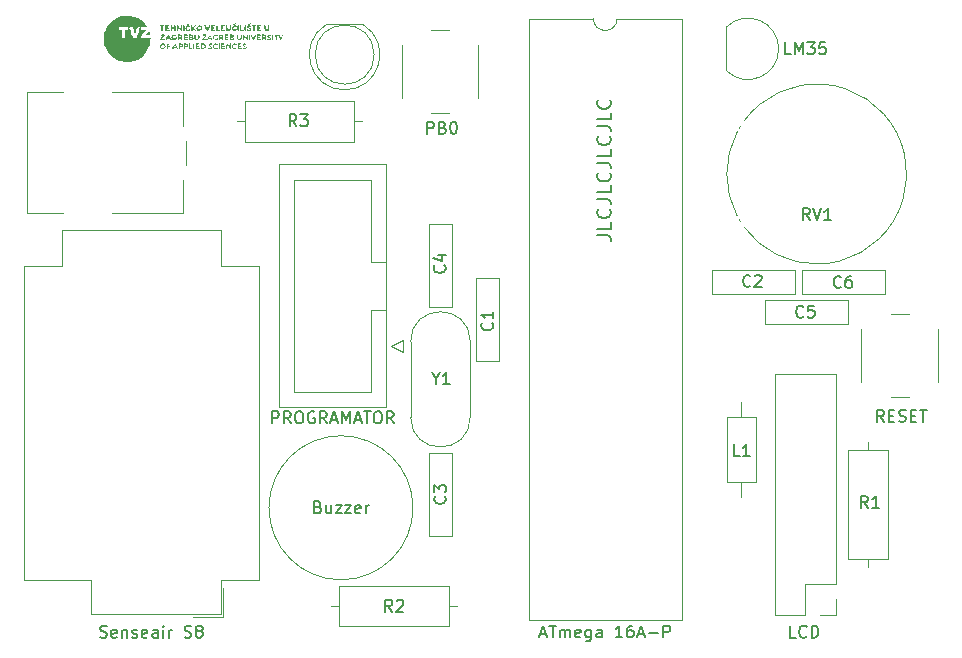
<source format=gbr>
%TF.GenerationSoftware,KiCad,Pcbnew,7.0.1*%
%TF.CreationDate,2023-05-16T22:34:38+02:00*%
%TF.ProjectId,PPURS projekt,50505552-5320-4707-926f-6a656b742e6b,rev?*%
%TF.SameCoordinates,Original*%
%TF.FileFunction,Legend,Top*%
%TF.FilePolarity,Positive*%
%FSLAX46Y46*%
G04 Gerber Fmt 4.6, Leading zero omitted, Abs format (unit mm)*
G04 Created by KiCad (PCBNEW 7.0.1) date 2023-05-16 22:34:38*
%MOMM*%
%LPD*%
G01*
G04 APERTURE LIST*
%ADD10C,0.150000*%
%ADD11C,0.100000*%
%ADD12C,0.120000*%
G04 APERTURE END LIST*
D10*
X157153142Y-84671428D02*
X158010285Y-84671428D01*
X158010285Y-84671428D02*
X158181714Y-84728571D01*
X158181714Y-84728571D02*
X158296000Y-84842857D01*
X158296000Y-84842857D02*
X158353142Y-85014285D01*
X158353142Y-85014285D02*
X158353142Y-85128571D01*
X158353142Y-83528571D02*
X158353142Y-84099999D01*
X158353142Y-84099999D02*
X157153142Y-84099999D01*
X158238857Y-82442856D02*
X158296000Y-82499999D01*
X158296000Y-82499999D02*
X158353142Y-82671427D01*
X158353142Y-82671427D02*
X158353142Y-82785713D01*
X158353142Y-82785713D02*
X158296000Y-82957142D01*
X158296000Y-82957142D02*
X158181714Y-83071427D01*
X158181714Y-83071427D02*
X158067428Y-83128570D01*
X158067428Y-83128570D02*
X157838857Y-83185713D01*
X157838857Y-83185713D02*
X157667428Y-83185713D01*
X157667428Y-83185713D02*
X157438857Y-83128570D01*
X157438857Y-83128570D02*
X157324571Y-83071427D01*
X157324571Y-83071427D02*
X157210285Y-82957142D01*
X157210285Y-82957142D02*
X157153142Y-82785713D01*
X157153142Y-82785713D02*
X157153142Y-82671427D01*
X157153142Y-82671427D02*
X157210285Y-82499999D01*
X157210285Y-82499999D02*
X157267428Y-82442856D01*
X157153142Y-81585713D02*
X158010285Y-81585713D01*
X158010285Y-81585713D02*
X158181714Y-81642856D01*
X158181714Y-81642856D02*
X158296000Y-81757142D01*
X158296000Y-81757142D02*
X158353142Y-81928570D01*
X158353142Y-81928570D02*
X158353142Y-82042856D01*
X158353142Y-80442856D02*
X158353142Y-81014284D01*
X158353142Y-81014284D02*
X157153142Y-81014284D01*
X158238857Y-79357141D02*
X158296000Y-79414284D01*
X158296000Y-79414284D02*
X158353142Y-79585712D01*
X158353142Y-79585712D02*
X158353142Y-79699998D01*
X158353142Y-79699998D02*
X158296000Y-79871427D01*
X158296000Y-79871427D02*
X158181714Y-79985712D01*
X158181714Y-79985712D02*
X158067428Y-80042855D01*
X158067428Y-80042855D02*
X157838857Y-80099998D01*
X157838857Y-80099998D02*
X157667428Y-80099998D01*
X157667428Y-80099998D02*
X157438857Y-80042855D01*
X157438857Y-80042855D02*
X157324571Y-79985712D01*
X157324571Y-79985712D02*
X157210285Y-79871427D01*
X157210285Y-79871427D02*
X157153142Y-79699998D01*
X157153142Y-79699998D02*
X157153142Y-79585712D01*
X157153142Y-79585712D02*
X157210285Y-79414284D01*
X157210285Y-79414284D02*
X157267428Y-79357141D01*
X157153142Y-78499998D02*
X158010285Y-78499998D01*
X158010285Y-78499998D02*
X158181714Y-78557141D01*
X158181714Y-78557141D02*
X158296000Y-78671427D01*
X158296000Y-78671427D02*
X158353142Y-78842855D01*
X158353142Y-78842855D02*
X158353142Y-78957141D01*
X158353142Y-77357141D02*
X158353142Y-77928569D01*
X158353142Y-77928569D02*
X157153142Y-77928569D01*
X158238857Y-76271426D02*
X158296000Y-76328569D01*
X158296000Y-76328569D02*
X158353142Y-76499997D01*
X158353142Y-76499997D02*
X158353142Y-76614283D01*
X158353142Y-76614283D02*
X158296000Y-76785712D01*
X158296000Y-76785712D02*
X158181714Y-76899997D01*
X158181714Y-76899997D02*
X158067428Y-76957140D01*
X158067428Y-76957140D02*
X157838857Y-77014283D01*
X157838857Y-77014283D02*
X157667428Y-77014283D01*
X157667428Y-77014283D02*
X157438857Y-76957140D01*
X157438857Y-76957140D02*
X157324571Y-76899997D01*
X157324571Y-76899997D02*
X157210285Y-76785712D01*
X157210285Y-76785712D02*
X157153142Y-76614283D01*
X157153142Y-76614283D02*
X157153142Y-76499997D01*
X157153142Y-76499997D02*
X157210285Y-76328569D01*
X157210285Y-76328569D02*
X157267428Y-76271426D01*
X157153142Y-75414283D02*
X158010285Y-75414283D01*
X158010285Y-75414283D02*
X158181714Y-75471426D01*
X158181714Y-75471426D02*
X158296000Y-75585712D01*
X158296000Y-75585712D02*
X158353142Y-75757140D01*
X158353142Y-75757140D02*
X158353142Y-75871426D01*
X158353142Y-74271426D02*
X158353142Y-74842854D01*
X158353142Y-74842854D02*
X157153142Y-74842854D01*
X158238857Y-73185711D02*
X158296000Y-73242854D01*
X158296000Y-73242854D02*
X158353142Y-73414282D01*
X158353142Y-73414282D02*
X158353142Y-73528568D01*
X158353142Y-73528568D02*
X158296000Y-73699997D01*
X158296000Y-73699997D02*
X158181714Y-73814282D01*
X158181714Y-73814282D02*
X158067428Y-73871425D01*
X158067428Y-73871425D02*
X157838857Y-73928568D01*
X157838857Y-73928568D02*
X157667428Y-73928568D01*
X157667428Y-73928568D02*
X157438857Y-73871425D01*
X157438857Y-73871425D02*
X157324571Y-73814282D01*
X157324571Y-73814282D02*
X157210285Y-73699997D01*
X157210285Y-73699997D02*
X157153142Y-73528568D01*
X157153142Y-73528568D02*
X157153142Y-73414282D01*
X157153142Y-73414282D02*
X157210285Y-73242854D01*
X157210285Y-73242854D02*
X157267428Y-73185711D01*
%TO.C,C3*%
X144267380Y-106766666D02*
X144315000Y-106814285D01*
X144315000Y-106814285D02*
X144362619Y-106957142D01*
X144362619Y-106957142D02*
X144362619Y-107052380D01*
X144362619Y-107052380D02*
X144315000Y-107195237D01*
X144315000Y-107195237D02*
X144219761Y-107290475D01*
X144219761Y-107290475D02*
X144124523Y-107338094D01*
X144124523Y-107338094D02*
X143934047Y-107385713D01*
X143934047Y-107385713D02*
X143791190Y-107385713D01*
X143791190Y-107385713D02*
X143600714Y-107338094D01*
X143600714Y-107338094D02*
X143505476Y-107290475D01*
X143505476Y-107290475D02*
X143410238Y-107195237D01*
X143410238Y-107195237D02*
X143362619Y-107052380D01*
X143362619Y-107052380D02*
X143362619Y-106957142D01*
X143362619Y-106957142D02*
X143410238Y-106814285D01*
X143410238Y-106814285D02*
X143457857Y-106766666D01*
X143362619Y-106433332D02*
X143362619Y-105814285D01*
X143362619Y-105814285D02*
X143743571Y-106147618D01*
X143743571Y-106147618D02*
X143743571Y-106004761D01*
X143743571Y-106004761D02*
X143791190Y-105909523D01*
X143791190Y-105909523D02*
X143838809Y-105861904D01*
X143838809Y-105861904D02*
X143934047Y-105814285D01*
X143934047Y-105814285D02*
X144172142Y-105814285D01*
X144172142Y-105814285D02*
X144267380Y-105861904D01*
X144267380Y-105861904D02*
X144315000Y-105909523D01*
X144315000Y-105909523D02*
X144362619Y-106004761D01*
X144362619Y-106004761D02*
X144362619Y-106290475D01*
X144362619Y-106290475D02*
X144315000Y-106385713D01*
X144315000Y-106385713D02*
X144267380Y-106433332D01*
%TO.C,Y1*%
X143493809Y-96796428D02*
X143493809Y-97272619D01*
X143160476Y-96272619D02*
X143493809Y-96796428D01*
X143493809Y-96796428D02*
X143827142Y-96272619D01*
X144684285Y-97272619D02*
X144112857Y-97272619D01*
X144398571Y-97272619D02*
X144398571Y-96272619D01*
X144398571Y-96272619D02*
X144303333Y-96415476D01*
X144303333Y-96415476D02*
X144208095Y-96510714D01*
X144208095Y-96510714D02*
X144112857Y-96558333D01*
%TO.C,Senseair S8*%
X115096666Y-118675000D02*
X115239523Y-118722619D01*
X115239523Y-118722619D02*
X115477618Y-118722619D01*
X115477618Y-118722619D02*
X115572856Y-118675000D01*
X115572856Y-118675000D02*
X115620475Y-118627380D01*
X115620475Y-118627380D02*
X115668094Y-118532142D01*
X115668094Y-118532142D02*
X115668094Y-118436904D01*
X115668094Y-118436904D02*
X115620475Y-118341666D01*
X115620475Y-118341666D02*
X115572856Y-118294047D01*
X115572856Y-118294047D02*
X115477618Y-118246428D01*
X115477618Y-118246428D02*
X115287142Y-118198809D01*
X115287142Y-118198809D02*
X115191904Y-118151190D01*
X115191904Y-118151190D02*
X115144285Y-118103571D01*
X115144285Y-118103571D02*
X115096666Y-118008333D01*
X115096666Y-118008333D02*
X115096666Y-117913095D01*
X115096666Y-117913095D02*
X115144285Y-117817857D01*
X115144285Y-117817857D02*
X115191904Y-117770238D01*
X115191904Y-117770238D02*
X115287142Y-117722619D01*
X115287142Y-117722619D02*
X115525237Y-117722619D01*
X115525237Y-117722619D02*
X115668094Y-117770238D01*
X116477618Y-118675000D02*
X116382380Y-118722619D01*
X116382380Y-118722619D02*
X116191904Y-118722619D01*
X116191904Y-118722619D02*
X116096666Y-118675000D01*
X116096666Y-118675000D02*
X116049047Y-118579761D01*
X116049047Y-118579761D02*
X116049047Y-118198809D01*
X116049047Y-118198809D02*
X116096666Y-118103571D01*
X116096666Y-118103571D02*
X116191904Y-118055952D01*
X116191904Y-118055952D02*
X116382380Y-118055952D01*
X116382380Y-118055952D02*
X116477618Y-118103571D01*
X116477618Y-118103571D02*
X116525237Y-118198809D01*
X116525237Y-118198809D02*
X116525237Y-118294047D01*
X116525237Y-118294047D02*
X116049047Y-118389285D01*
X116953809Y-118055952D02*
X116953809Y-118722619D01*
X116953809Y-118151190D02*
X117001428Y-118103571D01*
X117001428Y-118103571D02*
X117096666Y-118055952D01*
X117096666Y-118055952D02*
X117239523Y-118055952D01*
X117239523Y-118055952D02*
X117334761Y-118103571D01*
X117334761Y-118103571D02*
X117382380Y-118198809D01*
X117382380Y-118198809D02*
X117382380Y-118722619D01*
X117810952Y-118675000D02*
X117906190Y-118722619D01*
X117906190Y-118722619D02*
X118096666Y-118722619D01*
X118096666Y-118722619D02*
X118191904Y-118675000D01*
X118191904Y-118675000D02*
X118239523Y-118579761D01*
X118239523Y-118579761D02*
X118239523Y-118532142D01*
X118239523Y-118532142D02*
X118191904Y-118436904D01*
X118191904Y-118436904D02*
X118096666Y-118389285D01*
X118096666Y-118389285D02*
X117953809Y-118389285D01*
X117953809Y-118389285D02*
X117858571Y-118341666D01*
X117858571Y-118341666D02*
X117810952Y-118246428D01*
X117810952Y-118246428D02*
X117810952Y-118198809D01*
X117810952Y-118198809D02*
X117858571Y-118103571D01*
X117858571Y-118103571D02*
X117953809Y-118055952D01*
X117953809Y-118055952D02*
X118096666Y-118055952D01*
X118096666Y-118055952D02*
X118191904Y-118103571D01*
X119049047Y-118675000D02*
X118953809Y-118722619D01*
X118953809Y-118722619D02*
X118763333Y-118722619D01*
X118763333Y-118722619D02*
X118668095Y-118675000D01*
X118668095Y-118675000D02*
X118620476Y-118579761D01*
X118620476Y-118579761D02*
X118620476Y-118198809D01*
X118620476Y-118198809D02*
X118668095Y-118103571D01*
X118668095Y-118103571D02*
X118763333Y-118055952D01*
X118763333Y-118055952D02*
X118953809Y-118055952D01*
X118953809Y-118055952D02*
X119049047Y-118103571D01*
X119049047Y-118103571D02*
X119096666Y-118198809D01*
X119096666Y-118198809D02*
X119096666Y-118294047D01*
X119096666Y-118294047D02*
X118620476Y-118389285D01*
X119953809Y-118722619D02*
X119953809Y-118198809D01*
X119953809Y-118198809D02*
X119906190Y-118103571D01*
X119906190Y-118103571D02*
X119810952Y-118055952D01*
X119810952Y-118055952D02*
X119620476Y-118055952D01*
X119620476Y-118055952D02*
X119525238Y-118103571D01*
X119953809Y-118675000D02*
X119858571Y-118722619D01*
X119858571Y-118722619D02*
X119620476Y-118722619D01*
X119620476Y-118722619D02*
X119525238Y-118675000D01*
X119525238Y-118675000D02*
X119477619Y-118579761D01*
X119477619Y-118579761D02*
X119477619Y-118484523D01*
X119477619Y-118484523D02*
X119525238Y-118389285D01*
X119525238Y-118389285D02*
X119620476Y-118341666D01*
X119620476Y-118341666D02*
X119858571Y-118341666D01*
X119858571Y-118341666D02*
X119953809Y-118294047D01*
X120430000Y-118722619D02*
X120430000Y-118055952D01*
X120430000Y-117722619D02*
X120382381Y-117770238D01*
X120382381Y-117770238D02*
X120430000Y-117817857D01*
X120430000Y-117817857D02*
X120477619Y-117770238D01*
X120477619Y-117770238D02*
X120430000Y-117722619D01*
X120430000Y-117722619D02*
X120430000Y-117817857D01*
X120906190Y-118722619D02*
X120906190Y-118055952D01*
X120906190Y-118246428D02*
X120953809Y-118151190D01*
X120953809Y-118151190D02*
X121001428Y-118103571D01*
X121001428Y-118103571D02*
X121096666Y-118055952D01*
X121096666Y-118055952D02*
X121191904Y-118055952D01*
X122239524Y-118675000D02*
X122382381Y-118722619D01*
X122382381Y-118722619D02*
X122620476Y-118722619D01*
X122620476Y-118722619D02*
X122715714Y-118675000D01*
X122715714Y-118675000D02*
X122763333Y-118627380D01*
X122763333Y-118627380D02*
X122810952Y-118532142D01*
X122810952Y-118532142D02*
X122810952Y-118436904D01*
X122810952Y-118436904D02*
X122763333Y-118341666D01*
X122763333Y-118341666D02*
X122715714Y-118294047D01*
X122715714Y-118294047D02*
X122620476Y-118246428D01*
X122620476Y-118246428D02*
X122430000Y-118198809D01*
X122430000Y-118198809D02*
X122334762Y-118151190D01*
X122334762Y-118151190D02*
X122287143Y-118103571D01*
X122287143Y-118103571D02*
X122239524Y-118008333D01*
X122239524Y-118008333D02*
X122239524Y-117913095D01*
X122239524Y-117913095D02*
X122287143Y-117817857D01*
X122287143Y-117817857D02*
X122334762Y-117770238D01*
X122334762Y-117770238D02*
X122430000Y-117722619D01*
X122430000Y-117722619D02*
X122668095Y-117722619D01*
X122668095Y-117722619D02*
X122810952Y-117770238D01*
X123382381Y-118151190D02*
X123287143Y-118103571D01*
X123287143Y-118103571D02*
X123239524Y-118055952D01*
X123239524Y-118055952D02*
X123191905Y-117960714D01*
X123191905Y-117960714D02*
X123191905Y-117913095D01*
X123191905Y-117913095D02*
X123239524Y-117817857D01*
X123239524Y-117817857D02*
X123287143Y-117770238D01*
X123287143Y-117770238D02*
X123382381Y-117722619D01*
X123382381Y-117722619D02*
X123572857Y-117722619D01*
X123572857Y-117722619D02*
X123668095Y-117770238D01*
X123668095Y-117770238D02*
X123715714Y-117817857D01*
X123715714Y-117817857D02*
X123763333Y-117913095D01*
X123763333Y-117913095D02*
X123763333Y-117960714D01*
X123763333Y-117960714D02*
X123715714Y-118055952D01*
X123715714Y-118055952D02*
X123668095Y-118103571D01*
X123668095Y-118103571D02*
X123572857Y-118151190D01*
X123572857Y-118151190D02*
X123382381Y-118151190D01*
X123382381Y-118151190D02*
X123287143Y-118198809D01*
X123287143Y-118198809D02*
X123239524Y-118246428D01*
X123239524Y-118246428D02*
X123191905Y-118341666D01*
X123191905Y-118341666D02*
X123191905Y-118532142D01*
X123191905Y-118532142D02*
X123239524Y-118627380D01*
X123239524Y-118627380D02*
X123287143Y-118675000D01*
X123287143Y-118675000D02*
X123382381Y-118722619D01*
X123382381Y-118722619D02*
X123572857Y-118722619D01*
X123572857Y-118722619D02*
X123668095Y-118675000D01*
X123668095Y-118675000D02*
X123715714Y-118627380D01*
X123715714Y-118627380D02*
X123763333Y-118532142D01*
X123763333Y-118532142D02*
X123763333Y-118341666D01*
X123763333Y-118341666D02*
X123715714Y-118246428D01*
X123715714Y-118246428D02*
X123668095Y-118198809D01*
X123668095Y-118198809D02*
X123572857Y-118151190D01*
%TO.C,C6*%
X177803333Y-89007380D02*
X177755714Y-89055000D01*
X177755714Y-89055000D02*
X177612857Y-89102619D01*
X177612857Y-89102619D02*
X177517619Y-89102619D01*
X177517619Y-89102619D02*
X177374762Y-89055000D01*
X177374762Y-89055000D02*
X177279524Y-88959761D01*
X177279524Y-88959761D02*
X177231905Y-88864523D01*
X177231905Y-88864523D02*
X177184286Y-88674047D01*
X177184286Y-88674047D02*
X177184286Y-88531190D01*
X177184286Y-88531190D02*
X177231905Y-88340714D01*
X177231905Y-88340714D02*
X177279524Y-88245476D01*
X177279524Y-88245476D02*
X177374762Y-88150238D01*
X177374762Y-88150238D02*
X177517619Y-88102619D01*
X177517619Y-88102619D02*
X177612857Y-88102619D01*
X177612857Y-88102619D02*
X177755714Y-88150238D01*
X177755714Y-88150238D02*
X177803333Y-88197857D01*
X178660476Y-88102619D02*
X178470000Y-88102619D01*
X178470000Y-88102619D02*
X178374762Y-88150238D01*
X178374762Y-88150238D02*
X178327143Y-88197857D01*
X178327143Y-88197857D02*
X178231905Y-88340714D01*
X178231905Y-88340714D02*
X178184286Y-88531190D01*
X178184286Y-88531190D02*
X178184286Y-88912142D01*
X178184286Y-88912142D02*
X178231905Y-89007380D01*
X178231905Y-89007380D02*
X178279524Y-89055000D01*
X178279524Y-89055000D02*
X178374762Y-89102619D01*
X178374762Y-89102619D02*
X178565238Y-89102619D01*
X178565238Y-89102619D02*
X178660476Y-89055000D01*
X178660476Y-89055000D02*
X178708095Y-89007380D01*
X178708095Y-89007380D02*
X178755714Y-88912142D01*
X178755714Y-88912142D02*
X178755714Y-88674047D01*
X178755714Y-88674047D02*
X178708095Y-88578809D01*
X178708095Y-88578809D02*
X178660476Y-88531190D01*
X178660476Y-88531190D02*
X178565238Y-88483571D01*
X178565238Y-88483571D02*
X178374762Y-88483571D01*
X178374762Y-88483571D02*
X178279524Y-88531190D01*
X178279524Y-88531190D02*
X178231905Y-88578809D01*
X178231905Y-88578809D02*
X178184286Y-88674047D01*
%TO.C,U3*%
X173575714Y-69332619D02*
X173099524Y-69332619D01*
X173099524Y-69332619D02*
X173099524Y-68332619D01*
X173909048Y-69332619D02*
X173909048Y-68332619D01*
X173909048Y-68332619D02*
X174242381Y-69046904D01*
X174242381Y-69046904D02*
X174575714Y-68332619D01*
X174575714Y-68332619D02*
X174575714Y-69332619D01*
X174956667Y-68332619D02*
X175575714Y-68332619D01*
X175575714Y-68332619D02*
X175242381Y-68713571D01*
X175242381Y-68713571D02*
X175385238Y-68713571D01*
X175385238Y-68713571D02*
X175480476Y-68761190D01*
X175480476Y-68761190D02*
X175528095Y-68808809D01*
X175528095Y-68808809D02*
X175575714Y-68904047D01*
X175575714Y-68904047D02*
X175575714Y-69142142D01*
X175575714Y-69142142D02*
X175528095Y-69237380D01*
X175528095Y-69237380D02*
X175480476Y-69285000D01*
X175480476Y-69285000D02*
X175385238Y-69332619D01*
X175385238Y-69332619D02*
X175099524Y-69332619D01*
X175099524Y-69332619D02*
X175004286Y-69285000D01*
X175004286Y-69285000D02*
X174956667Y-69237380D01*
X176480476Y-68332619D02*
X176004286Y-68332619D01*
X176004286Y-68332619D02*
X175956667Y-68808809D01*
X175956667Y-68808809D02*
X176004286Y-68761190D01*
X176004286Y-68761190D02*
X176099524Y-68713571D01*
X176099524Y-68713571D02*
X176337619Y-68713571D01*
X176337619Y-68713571D02*
X176432857Y-68761190D01*
X176432857Y-68761190D02*
X176480476Y-68808809D01*
X176480476Y-68808809D02*
X176528095Y-68904047D01*
X176528095Y-68904047D02*
X176528095Y-69142142D01*
X176528095Y-69142142D02*
X176480476Y-69237380D01*
X176480476Y-69237380D02*
X176432857Y-69285000D01*
X176432857Y-69285000D02*
X176337619Y-69332619D01*
X176337619Y-69332619D02*
X176099524Y-69332619D01*
X176099524Y-69332619D02*
X176004286Y-69285000D01*
X176004286Y-69285000D02*
X175956667Y-69237380D01*
%TO.C,R1*%
X180073333Y-107742619D02*
X179740000Y-107266428D01*
X179501905Y-107742619D02*
X179501905Y-106742619D01*
X179501905Y-106742619D02*
X179882857Y-106742619D01*
X179882857Y-106742619D02*
X179978095Y-106790238D01*
X179978095Y-106790238D02*
X180025714Y-106837857D01*
X180025714Y-106837857D02*
X180073333Y-106933095D01*
X180073333Y-106933095D02*
X180073333Y-107075952D01*
X180073333Y-107075952D02*
X180025714Y-107171190D01*
X180025714Y-107171190D02*
X179978095Y-107218809D01*
X179978095Y-107218809D02*
X179882857Y-107266428D01*
X179882857Y-107266428D02*
X179501905Y-107266428D01*
X181025714Y-107742619D02*
X180454286Y-107742619D01*
X180740000Y-107742619D02*
X180740000Y-106742619D01*
X180740000Y-106742619D02*
X180644762Y-106885476D01*
X180644762Y-106885476D02*
X180549524Y-106980714D01*
X180549524Y-106980714D02*
X180454286Y-107028333D01*
%TO.C,BZ1*%
X133551428Y-107668809D02*
X133694285Y-107716428D01*
X133694285Y-107716428D02*
X133741904Y-107764047D01*
X133741904Y-107764047D02*
X133789523Y-107859285D01*
X133789523Y-107859285D02*
X133789523Y-108002142D01*
X133789523Y-108002142D02*
X133741904Y-108097380D01*
X133741904Y-108097380D02*
X133694285Y-108145000D01*
X133694285Y-108145000D02*
X133599047Y-108192619D01*
X133599047Y-108192619D02*
X133218095Y-108192619D01*
X133218095Y-108192619D02*
X133218095Y-107192619D01*
X133218095Y-107192619D02*
X133551428Y-107192619D01*
X133551428Y-107192619D02*
X133646666Y-107240238D01*
X133646666Y-107240238D02*
X133694285Y-107287857D01*
X133694285Y-107287857D02*
X133741904Y-107383095D01*
X133741904Y-107383095D02*
X133741904Y-107478333D01*
X133741904Y-107478333D02*
X133694285Y-107573571D01*
X133694285Y-107573571D02*
X133646666Y-107621190D01*
X133646666Y-107621190D02*
X133551428Y-107668809D01*
X133551428Y-107668809D02*
X133218095Y-107668809D01*
X134646666Y-107525952D02*
X134646666Y-108192619D01*
X134218095Y-107525952D02*
X134218095Y-108049761D01*
X134218095Y-108049761D02*
X134265714Y-108145000D01*
X134265714Y-108145000D02*
X134360952Y-108192619D01*
X134360952Y-108192619D02*
X134503809Y-108192619D01*
X134503809Y-108192619D02*
X134599047Y-108145000D01*
X134599047Y-108145000D02*
X134646666Y-108097380D01*
X135027619Y-107525952D02*
X135551428Y-107525952D01*
X135551428Y-107525952D02*
X135027619Y-108192619D01*
X135027619Y-108192619D02*
X135551428Y-108192619D01*
X135837143Y-107525952D02*
X136360952Y-107525952D01*
X136360952Y-107525952D02*
X135837143Y-108192619D01*
X135837143Y-108192619D02*
X136360952Y-108192619D01*
X137122857Y-108145000D02*
X137027619Y-108192619D01*
X137027619Y-108192619D02*
X136837143Y-108192619D01*
X136837143Y-108192619D02*
X136741905Y-108145000D01*
X136741905Y-108145000D02*
X136694286Y-108049761D01*
X136694286Y-108049761D02*
X136694286Y-107668809D01*
X136694286Y-107668809D02*
X136741905Y-107573571D01*
X136741905Y-107573571D02*
X136837143Y-107525952D01*
X136837143Y-107525952D02*
X137027619Y-107525952D01*
X137027619Y-107525952D02*
X137122857Y-107573571D01*
X137122857Y-107573571D02*
X137170476Y-107668809D01*
X137170476Y-107668809D02*
X137170476Y-107764047D01*
X137170476Y-107764047D02*
X136694286Y-107859285D01*
X137599048Y-108192619D02*
X137599048Y-107525952D01*
X137599048Y-107716428D02*
X137646667Y-107621190D01*
X137646667Y-107621190D02*
X137694286Y-107573571D01*
X137694286Y-107573571D02*
X137789524Y-107525952D01*
X137789524Y-107525952D02*
X137884762Y-107525952D01*
%TO.C,LCD*%
X173989523Y-118722619D02*
X173513333Y-118722619D01*
X173513333Y-118722619D02*
X173513333Y-117722619D01*
X174894285Y-118627380D02*
X174846666Y-118675000D01*
X174846666Y-118675000D02*
X174703809Y-118722619D01*
X174703809Y-118722619D02*
X174608571Y-118722619D01*
X174608571Y-118722619D02*
X174465714Y-118675000D01*
X174465714Y-118675000D02*
X174370476Y-118579761D01*
X174370476Y-118579761D02*
X174322857Y-118484523D01*
X174322857Y-118484523D02*
X174275238Y-118294047D01*
X174275238Y-118294047D02*
X174275238Y-118151190D01*
X174275238Y-118151190D02*
X174322857Y-117960714D01*
X174322857Y-117960714D02*
X174370476Y-117865476D01*
X174370476Y-117865476D02*
X174465714Y-117770238D01*
X174465714Y-117770238D02*
X174608571Y-117722619D01*
X174608571Y-117722619D02*
X174703809Y-117722619D01*
X174703809Y-117722619D02*
X174846666Y-117770238D01*
X174846666Y-117770238D02*
X174894285Y-117817857D01*
X175322857Y-118722619D02*
X175322857Y-117722619D01*
X175322857Y-117722619D02*
X175560952Y-117722619D01*
X175560952Y-117722619D02*
X175703809Y-117770238D01*
X175703809Y-117770238D02*
X175799047Y-117865476D01*
X175799047Y-117865476D02*
X175846666Y-117960714D01*
X175846666Y-117960714D02*
X175894285Y-118151190D01*
X175894285Y-118151190D02*
X175894285Y-118294047D01*
X175894285Y-118294047D02*
X175846666Y-118484523D01*
X175846666Y-118484523D02*
X175799047Y-118579761D01*
X175799047Y-118579761D02*
X175703809Y-118675000D01*
X175703809Y-118675000D02*
X175560952Y-118722619D01*
X175560952Y-118722619D02*
X175322857Y-118722619D01*
%TO.C,RV1*%
X175164761Y-83362619D02*
X174831428Y-82886428D01*
X174593333Y-83362619D02*
X174593333Y-82362619D01*
X174593333Y-82362619D02*
X174974285Y-82362619D01*
X174974285Y-82362619D02*
X175069523Y-82410238D01*
X175069523Y-82410238D02*
X175117142Y-82457857D01*
X175117142Y-82457857D02*
X175164761Y-82553095D01*
X175164761Y-82553095D02*
X175164761Y-82695952D01*
X175164761Y-82695952D02*
X175117142Y-82791190D01*
X175117142Y-82791190D02*
X175069523Y-82838809D01*
X175069523Y-82838809D02*
X174974285Y-82886428D01*
X174974285Y-82886428D02*
X174593333Y-82886428D01*
X175450476Y-82362619D02*
X175783809Y-83362619D01*
X175783809Y-83362619D02*
X176117142Y-82362619D01*
X176974285Y-83362619D02*
X176402857Y-83362619D01*
X176688571Y-83362619D02*
X176688571Y-82362619D01*
X176688571Y-82362619D02*
X176593333Y-82505476D01*
X176593333Y-82505476D02*
X176498095Y-82600714D01*
X176498095Y-82600714D02*
X176402857Y-82648333D01*
%TO.C,C5*%
X174623333Y-91527380D02*
X174575714Y-91575000D01*
X174575714Y-91575000D02*
X174432857Y-91622619D01*
X174432857Y-91622619D02*
X174337619Y-91622619D01*
X174337619Y-91622619D02*
X174194762Y-91575000D01*
X174194762Y-91575000D02*
X174099524Y-91479761D01*
X174099524Y-91479761D02*
X174051905Y-91384523D01*
X174051905Y-91384523D02*
X174004286Y-91194047D01*
X174004286Y-91194047D02*
X174004286Y-91051190D01*
X174004286Y-91051190D02*
X174051905Y-90860714D01*
X174051905Y-90860714D02*
X174099524Y-90765476D01*
X174099524Y-90765476D02*
X174194762Y-90670238D01*
X174194762Y-90670238D02*
X174337619Y-90622619D01*
X174337619Y-90622619D02*
X174432857Y-90622619D01*
X174432857Y-90622619D02*
X174575714Y-90670238D01*
X174575714Y-90670238D02*
X174623333Y-90717857D01*
X175528095Y-90622619D02*
X175051905Y-90622619D01*
X175051905Y-90622619D02*
X175004286Y-91098809D01*
X175004286Y-91098809D02*
X175051905Y-91051190D01*
X175051905Y-91051190D02*
X175147143Y-91003571D01*
X175147143Y-91003571D02*
X175385238Y-91003571D01*
X175385238Y-91003571D02*
X175480476Y-91051190D01*
X175480476Y-91051190D02*
X175528095Y-91098809D01*
X175528095Y-91098809D02*
X175575714Y-91194047D01*
X175575714Y-91194047D02*
X175575714Y-91432142D01*
X175575714Y-91432142D02*
X175528095Y-91527380D01*
X175528095Y-91527380D02*
X175480476Y-91575000D01*
X175480476Y-91575000D02*
X175385238Y-91622619D01*
X175385238Y-91622619D02*
X175147143Y-91622619D01*
X175147143Y-91622619D02*
X175051905Y-91575000D01*
X175051905Y-91575000D02*
X175004286Y-91527380D01*
%TO.C,C1*%
X148267380Y-92066666D02*
X148315000Y-92114285D01*
X148315000Y-92114285D02*
X148362619Y-92257142D01*
X148362619Y-92257142D02*
X148362619Y-92352380D01*
X148362619Y-92352380D02*
X148315000Y-92495237D01*
X148315000Y-92495237D02*
X148219761Y-92590475D01*
X148219761Y-92590475D02*
X148124523Y-92638094D01*
X148124523Y-92638094D02*
X147934047Y-92685713D01*
X147934047Y-92685713D02*
X147791190Y-92685713D01*
X147791190Y-92685713D02*
X147600714Y-92638094D01*
X147600714Y-92638094D02*
X147505476Y-92590475D01*
X147505476Y-92590475D02*
X147410238Y-92495237D01*
X147410238Y-92495237D02*
X147362619Y-92352380D01*
X147362619Y-92352380D02*
X147362619Y-92257142D01*
X147362619Y-92257142D02*
X147410238Y-92114285D01*
X147410238Y-92114285D02*
X147457857Y-92066666D01*
X148362619Y-91114285D02*
X148362619Y-91685713D01*
X148362619Y-91399999D02*
X147362619Y-91399999D01*
X147362619Y-91399999D02*
X147505476Y-91495237D01*
X147505476Y-91495237D02*
X147600714Y-91590475D01*
X147600714Y-91590475D02*
X147648333Y-91685713D01*
%TO.C,C4*%
X144237380Y-87206666D02*
X144285000Y-87254285D01*
X144285000Y-87254285D02*
X144332619Y-87397142D01*
X144332619Y-87397142D02*
X144332619Y-87492380D01*
X144332619Y-87492380D02*
X144285000Y-87635237D01*
X144285000Y-87635237D02*
X144189761Y-87730475D01*
X144189761Y-87730475D02*
X144094523Y-87778094D01*
X144094523Y-87778094D02*
X143904047Y-87825713D01*
X143904047Y-87825713D02*
X143761190Y-87825713D01*
X143761190Y-87825713D02*
X143570714Y-87778094D01*
X143570714Y-87778094D02*
X143475476Y-87730475D01*
X143475476Y-87730475D02*
X143380238Y-87635237D01*
X143380238Y-87635237D02*
X143332619Y-87492380D01*
X143332619Y-87492380D02*
X143332619Y-87397142D01*
X143332619Y-87397142D02*
X143380238Y-87254285D01*
X143380238Y-87254285D02*
X143427857Y-87206666D01*
X143665952Y-86349523D02*
X144332619Y-86349523D01*
X143285000Y-86587618D02*
X143999285Y-86825713D01*
X143999285Y-86825713D02*
X143999285Y-86206666D01*
%TO.C,R3*%
X131713333Y-75422619D02*
X131380000Y-74946428D01*
X131141905Y-75422619D02*
X131141905Y-74422619D01*
X131141905Y-74422619D02*
X131522857Y-74422619D01*
X131522857Y-74422619D02*
X131618095Y-74470238D01*
X131618095Y-74470238D02*
X131665714Y-74517857D01*
X131665714Y-74517857D02*
X131713333Y-74613095D01*
X131713333Y-74613095D02*
X131713333Y-74755952D01*
X131713333Y-74755952D02*
X131665714Y-74851190D01*
X131665714Y-74851190D02*
X131618095Y-74898809D01*
X131618095Y-74898809D02*
X131522857Y-74946428D01*
X131522857Y-74946428D02*
X131141905Y-74946428D01*
X132046667Y-74422619D02*
X132665714Y-74422619D01*
X132665714Y-74422619D02*
X132332381Y-74803571D01*
X132332381Y-74803571D02*
X132475238Y-74803571D01*
X132475238Y-74803571D02*
X132570476Y-74851190D01*
X132570476Y-74851190D02*
X132618095Y-74898809D01*
X132618095Y-74898809D02*
X132665714Y-74994047D01*
X132665714Y-74994047D02*
X132665714Y-75232142D01*
X132665714Y-75232142D02*
X132618095Y-75327380D01*
X132618095Y-75327380D02*
X132570476Y-75375000D01*
X132570476Y-75375000D02*
X132475238Y-75422619D01*
X132475238Y-75422619D02*
X132189524Y-75422619D01*
X132189524Y-75422619D02*
X132094286Y-75375000D01*
X132094286Y-75375000D02*
X132046667Y-75327380D01*
%TO.C,SW1*%
X181437618Y-100442619D02*
X181104285Y-99966428D01*
X180866190Y-100442619D02*
X180866190Y-99442619D01*
X180866190Y-99442619D02*
X181247142Y-99442619D01*
X181247142Y-99442619D02*
X181342380Y-99490238D01*
X181342380Y-99490238D02*
X181389999Y-99537857D01*
X181389999Y-99537857D02*
X181437618Y-99633095D01*
X181437618Y-99633095D02*
X181437618Y-99775952D01*
X181437618Y-99775952D02*
X181389999Y-99871190D01*
X181389999Y-99871190D02*
X181342380Y-99918809D01*
X181342380Y-99918809D02*
X181247142Y-99966428D01*
X181247142Y-99966428D02*
X180866190Y-99966428D01*
X181866190Y-99918809D02*
X182199523Y-99918809D01*
X182342380Y-100442619D02*
X181866190Y-100442619D01*
X181866190Y-100442619D02*
X181866190Y-99442619D01*
X181866190Y-99442619D02*
X182342380Y-99442619D01*
X182723333Y-100395000D02*
X182866190Y-100442619D01*
X182866190Y-100442619D02*
X183104285Y-100442619D01*
X183104285Y-100442619D02*
X183199523Y-100395000D01*
X183199523Y-100395000D02*
X183247142Y-100347380D01*
X183247142Y-100347380D02*
X183294761Y-100252142D01*
X183294761Y-100252142D02*
X183294761Y-100156904D01*
X183294761Y-100156904D02*
X183247142Y-100061666D01*
X183247142Y-100061666D02*
X183199523Y-100014047D01*
X183199523Y-100014047D02*
X183104285Y-99966428D01*
X183104285Y-99966428D02*
X182913809Y-99918809D01*
X182913809Y-99918809D02*
X182818571Y-99871190D01*
X182818571Y-99871190D02*
X182770952Y-99823571D01*
X182770952Y-99823571D02*
X182723333Y-99728333D01*
X182723333Y-99728333D02*
X182723333Y-99633095D01*
X182723333Y-99633095D02*
X182770952Y-99537857D01*
X182770952Y-99537857D02*
X182818571Y-99490238D01*
X182818571Y-99490238D02*
X182913809Y-99442619D01*
X182913809Y-99442619D02*
X183151904Y-99442619D01*
X183151904Y-99442619D02*
X183294761Y-99490238D01*
X183723333Y-99918809D02*
X184056666Y-99918809D01*
X184199523Y-100442619D02*
X183723333Y-100442619D01*
X183723333Y-100442619D02*
X183723333Y-99442619D01*
X183723333Y-99442619D02*
X184199523Y-99442619D01*
X184485238Y-99442619D02*
X185056666Y-99442619D01*
X184770952Y-100442619D02*
X184770952Y-99442619D01*
%TO.C,C2*%
X170133333Y-88937380D02*
X170085714Y-88985000D01*
X170085714Y-88985000D02*
X169942857Y-89032619D01*
X169942857Y-89032619D02*
X169847619Y-89032619D01*
X169847619Y-89032619D02*
X169704762Y-88985000D01*
X169704762Y-88985000D02*
X169609524Y-88889761D01*
X169609524Y-88889761D02*
X169561905Y-88794523D01*
X169561905Y-88794523D02*
X169514286Y-88604047D01*
X169514286Y-88604047D02*
X169514286Y-88461190D01*
X169514286Y-88461190D02*
X169561905Y-88270714D01*
X169561905Y-88270714D02*
X169609524Y-88175476D01*
X169609524Y-88175476D02*
X169704762Y-88080238D01*
X169704762Y-88080238D02*
X169847619Y-88032619D01*
X169847619Y-88032619D02*
X169942857Y-88032619D01*
X169942857Y-88032619D02*
X170085714Y-88080238D01*
X170085714Y-88080238D02*
X170133333Y-88127857D01*
X170514286Y-88127857D02*
X170561905Y-88080238D01*
X170561905Y-88080238D02*
X170657143Y-88032619D01*
X170657143Y-88032619D02*
X170895238Y-88032619D01*
X170895238Y-88032619D02*
X170990476Y-88080238D01*
X170990476Y-88080238D02*
X171038095Y-88127857D01*
X171038095Y-88127857D02*
X171085714Y-88223095D01*
X171085714Y-88223095D02*
X171085714Y-88318333D01*
X171085714Y-88318333D02*
X171038095Y-88461190D01*
X171038095Y-88461190D02*
X170466667Y-89032619D01*
X170466667Y-89032619D02*
X171085714Y-89032619D01*
%TO.C,L1*%
X169233333Y-103362619D02*
X168757143Y-103362619D01*
X168757143Y-103362619D02*
X168757143Y-102362619D01*
X170090476Y-103362619D02*
X169519048Y-103362619D01*
X169804762Y-103362619D02*
X169804762Y-102362619D01*
X169804762Y-102362619D02*
X169709524Y-102505476D01*
X169709524Y-102505476D02*
X169614286Y-102600714D01*
X169614286Y-102600714D02*
X169519048Y-102648333D01*
%TO.C,ATmega 16A-P*%
X152352500Y-118426904D02*
X152828690Y-118426904D01*
X152257262Y-118712619D02*
X152590595Y-117712619D01*
X152590595Y-117712619D02*
X152923928Y-118712619D01*
X153114405Y-117712619D02*
X153685833Y-117712619D01*
X153400119Y-118712619D02*
X153400119Y-117712619D01*
X154019167Y-118712619D02*
X154019167Y-118045952D01*
X154019167Y-118141190D02*
X154066786Y-118093571D01*
X154066786Y-118093571D02*
X154162024Y-118045952D01*
X154162024Y-118045952D02*
X154304881Y-118045952D01*
X154304881Y-118045952D02*
X154400119Y-118093571D01*
X154400119Y-118093571D02*
X154447738Y-118188809D01*
X154447738Y-118188809D02*
X154447738Y-118712619D01*
X154447738Y-118188809D02*
X154495357Y-118093571D01*
X154495357Y-118093571D02*
X154590595Y-118045952D01*
X154590595Y-118045952D02*
X154733452Y-118045952D01*
X154733452Y-118045952D02*
X154828691Y-118093571D01*
X154828691Y-118093571D02*
X154876310Y-118188809D01*
X154876310Y-118188809D02*
X154876310Y-118712619D01*
X155733452Y-118665000D02*
X155638214Y-118712619D01*
X155638214Y-118712619D02*
X155447738Y-118712619D01*
X155447738Y-118712619D02*
X155352500Y-118665000D01*
X155352500Y-118665000D02*
X155304881Y-118569761D01*
X155304881Y-118569761D02*
X155304881Y-118188809D01*
X155304881Y-118188809D02*
X155352500Y-118093571D01*
X155352500Y-118093571D02*
X155447738Y-118045952D01*
X155447738Y-118045952D02*
X155638214Y-118045952D01*
X155638214Y-118045952D02*
X155733452Y-118093571D01*
X155733452Y-118093571D02*
X155781071Y-118188809D01*
X155781071Y-118188809D02*
X155781071Y-118284047D01*
X155781071Y-118284047D02*
X155304881Y-118379285D01*
X156638214Y-118045952D02*
X156638214Y-118855476D01*
X156638214Y-118855476D02*
X156590595Y-118950714D01*
X156590595Y-118950714D02*
X156542976Y-118998333D01*
X156542976Y-118998333D02*
X156447738Y-119045952D01*
X156447738Y-119045952D02*
X156304881Y-119045952D01*
X156304881Y-119045952D02*
X156209643Y-118998333D01*
X156638214Y-118665000D02*
X156542976Y-118712619D01*
X156542976Y-118712619D02*
X156352500Y-118712619D01*
X156352500Y-118712619D02*
X156257262Y-118665000D01*
X156257262Y-118665000D02*
X156209643Y-118617380D01*
X156209643Y-118617380D02*
X156162024Y-118522142D01*
X156162024Y-118522142D02*
X156162024Y-118236428D01*
X156162024Y-118236428D02*
X156209643Y-118141190D01*
X156209643Y-118141190D02*
X156257262Y-118093571D01*
X156257262Y-118093571D02*
X156352500Y-118045952D01*
X156352500Y-118045952D02*
X156542976Y-118045952D01*
X156542976Y-118045952D02*
X156638214Y-118093571D01*
X157542976Y-118712619D02*
X157542976Y-118188809D01*
X157542976Y-118188809D02*
X157495357Y-118093571D01*
X157495357Y-118093571D02*
X157400119Y-118045952D01*
X157400119Y-118045952D02*
X157209643Y-118045952D01*
X157209643Y-118045952D02*
X157114405Y-118093571D01*
X157542976Y-118665000D02*
X157447738Y-118712619D01*
X157447738Y-118712619D02*
X157209643Y-118712619D01*
X157209643Y-118712619D02*
X157114405Y-118665000D01*
X157114405Y-118665000D02*
X157066786Y-118569761D01*
X157066786Y-118569761D02*
X157066786Y-118474523D01*
X157066786Y-118474523D02*
X157114405Y-118379285D01*
X157114405Y-118379285D02*
X157209643Y-118331666D01*
X157209643Y-118331666D02*
X157447738Y-118331666D01*
X157447738Y-118331666D02*
X157542976Y-118284047D01*
X159304881Y-118712619D02*
X158733453Y-118712619D01*
X159019167Y-118712619D02*
X159019167Y-117712619D01*
X159019167Y-117712619D02*
X158923929Y-117855476D01*
X158923929Y-117855476D02*
X158828691Y-117950714D01*
X158828691Y-117950714D02*
X158733453Y-117998333D01*
X160162024Y-117712619D02*
X159971548Y-117712619D01*
X159971548Y-117712619D02*
X159876310Y-117760238D01*
X159876310Y-117760238D02*
X159828691Y-117807857D01*
X159828691Y-117807857D02*
X159733453Y-117950714D01*
X159733453Y-117950714D02*
X159685834Y-118141190D01*
X159685834Y-118141190D02*
X159685834Y-118522142D01*
X159685834Y-118522142D02*
X159733453Y-118617380D01*
X159733453Y-118617380D02*
X159781072Y-118665000D01*
X159781072Y-118665000D02*
X159876310Y-118712619D01*
X159876310Y-118712619D02*
X160066786Y-118712619D01*
X160066786Y-118712619D02*
X160162024Y-118665000D01*
X160162024Y-118665000D02*
X160209643Y-118617380D01*
X160209643Y-118617380D02*
X160257262Y-118522142D01*
X160257262Y-118522142D02*
X160257262Y-118284047D01*
X160257262Y-118284047D02*
X160209643Y-118188809D01*
X160209643Y-118188809D02*
X160162024Y-118141190D01*
X160162024Y-118141190D02*
X160066786Y-118093571D01*
X160066786Y-118093571D02*
X159876310Y-118093571D01*
X159876310Y-118093571D02*
X159781072Y-118141190D01*
X159781072Y-118141190D02*
X159733453Y-118188809D01*
X159733453Y-118188809D02*
X159685834Y-118284047D01*
X160638215Y-118426904D02*
X161114405Y-118426904D01*
X160542977Y-118712619D02*
X160876310Y-117712619D01*
X160876310Y-117712619D02*
X161209643Y-118712619D01*
X161542977Y-118331666D02*
X162304882Y-118331666D01*
X162781072Y-118712619D02*
X162781072Y-117712619D01*
X162781072Y-117712619D02*
X163162024Y-117712619D01*
X163162024Y-117712619D02*
X163257262Y-117760238D01*
X163257262Y-117760238D02*
X163304881Y-117807857D01*
X163304881Y-117807857D02*
X163352500Y-117903095D01*
X163352500Y-117903095D02*
X163352500Y-118045952D01*
X163352500Y-118045952D02*
X163304881Y-118141190D01*
X163304881Y-118141190D02*
X163257262Y-118188809D01*
X163257262Y-118188809D02*
X163162024Y-118236428D01*
X163162024Y-118236428D02*
X162781072Y-118236428D01*
%TO.C,PROGRAMATOR*%
X129650952Y-100572619D02*
X129650952Y-99572619D01*
X129650952Y-99572619D02*
X130031904Y-99572619D01*
X130031904Y-99572619D02*
X130127142Y-99620238D01*
X130127142Y-99620238D02*
X130174761Y-99667857D01*
X130174761Y-99667857D02*
X130222380Y-99763095D01*
X130222380Y-99763095D02*
X130222380Y-99905952D01*
X130222380Y-99905952D02*
X130174761Y-100001190D01*
X130174761Y-100001190D02*
X130127142Y-100048809D01*
X130127142Y-100048809D02*
X130031904Y-100096428D01*
X130031904Y-100096428D02*
X129650952Y-100096428D01*
X131222380Y-100572619D02*
X130889047Y-100096428D01*
X130650952Y-100572619D02*
X130650952Y-99572619D01*
X130650952Y-99572619D02*
X131031904Y-99572619D01*
X131031904Y-99572619D02*
X131127142Y-99620238D01*
X131127142Y-99620238D02*
X131174761Y-99667857D01*
X131174761Y-99667857D02*
X131222380Y-99763095D01*
X131222380Y-99763095D02*
X131222380Y-99905952D01*
X131222380Y-99905952D02*
X131174761Y-100001190D01*
X131174761Y-100001190D02*
X131127142Y-100048809D01*
X131127142Y-100048809D02*
X131031904Y-100096428D01*
X131031904Y-100096428D02*
X130650952Y-100096428D01*
X131841428Y-99572619D02*
X132031904Y-99572619D01*
X132031904Y-99572619D02*
X132127142Y-99620238D01*
X132127142Y-99620238D02*
X132222380Y-99715476D01*
X132222380Y-99715476D02*
X132269999Y-99905952D01*
X132269999Y-99905952D02*
X132269999Y-100239285D01*
X132269999Y-100239285D02*
X132222380Y-100429761D01*
X132222380Y-100429761D02*
X132127142Y-100525000D01*
X132127142Y-100525000D02*
X132031904Y-100572619D01*
X132031904Y-100572619D02*
X131841428Y-100572619D01*
X131841428Y-100572619D02*
X131746190Y-100525000D01*
X131746190Y-100525000D02*
X131650952Y-100429761D01*
X131650952Y-100429761D02*
X131603333Y-100239285D01*
X131603333Y-100239285D02*
X131603333Y-99905952D01*
X131603333Y-99905952D02*
X131650952Y-99715476D01*
X131650952Y-99715476D02*
X131746190Y-99620238D01*
X131746190Y-99620238D02*
X131841428Y-99572619D01*
X133222380Y-99620238D02*
X133127142Y-99572619D01*
X133127142Y-99572619D02*
X132984285Y-99572619D01*
X132984285Y-99572619D02*
X132841428Y-99620238D01*
X132841428Y-99620238D02*
X132746190Y-99715476D01*
X132746190Y-99715476D02*
X132698571Y-99810714D01*
X132698571Y-99810714D02*
X132650952Y-100001190D01*
X132650952Y-100001190D02*
X132650952Y-100144047D01*
X132650952Y-100144047D02*
X132698571Y-100334523D01*
X132698571Y-100334523D02*
X132746190Y-100429761D01*
X132746190Y-100429761D02*
X132841428Y-100525000D01*
X132841428Y-100525000D02*
X132984285Y-100572619D01*
X132984285Y-100572619D02*
X133079523Y-100572619D01*
X133079523Y-100572619D02*
X133222380Y-100525000D01*
X133222380Y-100525000D02*
X133269999Y-100477380D01*
X133269999Y-100477380D02*
X133269999Y-100144047D01*
X133269999Y-100144047D02*
X133079523Y-100144047D01*
X134269999Y-100572619D02*
X133936666Y-100096428D01*
X133698571Y-100572619D02*
X133698571Y-99572619D01*
X133698571Y-99572619D02*
X134079523Y-99572619D01*
X134079523Y-99572619D02*
X134174761Y-99620238D01*
X134174761Y-99620238D02*
X134222380Y-99667857D01*
X134222380Y-99667857D02*
X134269999Y-99763095D01*
X134269999Y-99763095D02*
X134269999Y-99905952D01*
X134269999Y-99905952D02*
X134222380Y-100001190D01*
X134222380Y-100001190D02*
X134174761Y-100048809D01*
X134174761Y-100048809D02*
X134079523Y-100096428D01*
X134079523Y-100096428D02*
X133698571Y-100096428D01*
X134650952Y-100286904D02*
X135127142Y-100286904D01*
X134555714Y-100572619D02*
X134889047Y-99572619D01*
X134889047Y-99572619D02*
X135222380Y-100572619D01*
X135555714Y-100572619D02*
X135555714Y-99572619D01*
X135555714Y-99572619D02*
X135889047Y-100286904D01*
X135889047Y-100286904D02*
X136222380Y-99572619D01*
X136222380Y-99572619D02*
X136222380Y-100572619D01*
X136650952Y-100286904D02*
X137127142Y-100286904D01*
X136555714Y-100572619D02*
X136889047Y-99572619D01*
X136889047Y-99572619D02*
X137222380Y-100572619D01*
X137412857Y-99572619D02*
X137984285Y-99572619D01*
X137698571Y-100572619D02*
X137698571Y-99572619D01*
X138508095Y-99572619D02*
X138698571Y-99572619D01*
X138698571Y-99572619D02*
X138793809Y-99620238D01*
X138793809Y-99620238D02*
X138889047Y-99715476D01*
X138889047Y-99715476D02*
X138936666Y-99905952D01*
X138936666Y-99905952D02*
X138936666Y-100239285D01*
X138936666Y-100239285D02*
X138889047Y-100429761D01*
X138889047Y-100429761D02*
X138793809Y-100525000D01*
X138793809Y-100525000D02*
X138698571Y-100572619D01*
X138698571Y-100572619D02*
X138508095Y-100572619D01*
X138508095Y-100572619D02*
X138412857Y-100525000D01*
X138412857Y-100525000D02*
X138317619Y-100429761D01*
X138317619Y-100429761D02*
X138270000Y-100239285D01*
X138270000Y-100239285D02*
X138270000Y-99905952D01*
X138270000Y-99905952D02*
X138317619Y-99715476D01*
X138317619Y-99715476D02*
X138412857Y-99620238D01*
X138412857Y-99620238D02*
X138508095Y-99572619D01*
X139936666Y-100572619D02*
X139603333Y-100096428D01*
X139365238Y-100572619D02*
X139365238Y-99572619D01*
X139365238Y-99572619D02*
X139746190Y-99572619D01*
X139746190Y-99572619D02*
X139841428Y-99620238D01*
X139841428Y-99620238D02*
X139889047Y-99667857D01*
X139889047Y-99667857D02*
X139936666Y-99763095D01*
X139936666Y-99763095D02*
X139936666Y-99905952D01*
X139936666Y-99905952D02*
X139889047Y-100001190D01*
X139889047Y-100001190D02*
X139841428Y-100048809D01*
X139841428Y-100048809D02*
X139746190Y-100096428D01*
X139746190Y-100096428D02*
X139365238Y-100096428D01*
%TO.C,R2*%
X139813333Y-116512619D02*
X139480000Y-116036428D01*
X139241905Y-116512619D02*
X139241905Y-115512619D01*
X139241905Y-115512619D02*
X139622857Y-115512619D01*
X139622857Y-115512619D02*
X139718095Y-115560238D01*
X139718095Y-115560238D02*
X139765714Y-115607857D01*
X139765714Y-115607857D02*
X139813333Y-115703095D01*
X139813333Y-115703095D02*
X139813333Y-115845952D01*
X139813333Y-115845952D02*
X139765714Y-115941190D01*
X139765714Y-115941190D02*
X139718095Y-115988809D01*
X139718095Y-115988809D02*
X139622857Y-116036428D01*
X139622857Y-116036428D02*
X139241905Y-116036428D01*
X140194286Y-115607857D02*
X140241905Y-115560238D01*
X140241905Y-115560238D02*
X140337143Y-115512619D01*
X140337143Y-115512619D02*
X140575238Y-115512619D01*
X140575238Y-115512619D02*
X140670476Y-115560238D01*
X140670476Y-115560238D02*
X140718095Y-115607857D01*
X140718095Y-115607857D02*
X140765714Y-115703095D01*
X140765714Y-115703095D02*
X140765714Y-115798333D01*
X140765714Y-115798333D02*
X140718095Y-115941190D01*
X140718095Y-115941190D02*
X140146667Y-116512619D01*
X140146667Y-116512619D02*
X140765714Y-116512619D01*
%TO.C,PB0*%
X142761905Y-76062619D02*
X142761905Y-75062619D01*
X142761905Y-75062619D02*
X143142857Y-75062619D01*
X143142857Y-75062619D02*
X143238095Y-75110238D01*
X143238095Y-75110238D02*
X143285714Y-75157857D01*
X143285714Y-75157857D02*
X143333333Y-75253095D01*
X143333333Y-75253095D02*
X143333333Y-75395952D01*
X143333333Y-75395952D02*
X143285714Y-75491190D01*
X143285714Y-75491190D02*
X143238095Y-75538809D01*
X143238095Y-75538809D02*
X143142857Y-75586428D01*
X143142857Y-75586428D02*
X142761905Y-75586428D01*
X144095238Y-75538809D02*
X144238095Y-75586428D01*
X144238095Y-75586428D02*
X144285714Y-75634047D01*
X144285714Y-75634047D02*
X144333333Y-75729285D01*
X144333333Y-75729285D02*
X144333333Y-75872142D01*
X144333333Y-75872142D02*
X144285714Y-75967380D01*
X144285714Y-75967380D02*
X144238095Y-76015000D01*
X144238095Y-76015000D02*
X144142857Y-76062619D01*
X144142857Y-76062619D02*
X143761905Y-76062619D01*
X143761905Y-76062619D02*
X143761905Y-75062619D01*
X143761905Y-75062619D02*
X144095238Y-75062619D01*
X144095238Y-75062619D02*
X144190476Y-75110238D01*
X144190476Y-75110238D02*
X144238095Y-75157857D01*
X144238095Y-75157857D02*
X144285714Y-75253095D01*
X144285714Y-75253095D02*
X144285714Y-75348333D01*
X144285714Y-75348333D02*
X144238095Y-75443571D01*
X144238095Y-75443571D02*
X144190476Y-75491190D01*
X144190476Y-75491190D02*
X144095238Y-75538809D01*
X144095238Y-75538809D02*
X143761905Y-75538809D01*
X144952381Y-75062619D02*
X145047619Y-75062619D01*
X145047619Y-75062619D02*
X145142857Y-75110238D01*
X145142857Y-75110238D02*
X145190476Y-75157857D01*
X145190476Y-75157857D02*
X145238095Y-75253095D01*
X145238095Y-75253095D02*
X145285714Y-75443571D01*
X145285714Y-75443571D02*
X145285714Y-75681666D01*
X145285714Y-75681666D02*
X145238095Y-75872142D01*
X145238095Y-75872142D02*
X145190476Y-75967380D01*
X145190476Y-75967380D02*
X145142857Y-76015000D01*
X145142857Y-76015000D02*
X145047619Y-76062619D01*
X145047619Y-76062619D02*
X144952381Y-76062619D01*
X144952381Y-76062619D02*
X144857143Y-76015000D01*
X144857143Y-76015000D02*
X144809524Y-75967380D01*
X144809524Y-75967380D02*
X144761905Y-75872142D01*
X144761905Y-75872142D02*
X144714286Y-75681666D01*
X144714286Y-75681666D02*
X144714286Y-75443571D01*
X144714286Y-75443571D02*
X144761905Y-75253095D01*
X144761905Y-75253095D02*
X144809524Y-75157857D01*
X144809524Y-75157857D02*
X144857143Y-75110238D01*
X144857143Y-75110238D02*
X144952381Y-75062619D01*
D11*
%TO.C,C3*%
X144900000Y-110100000D02*
X142900000Y-110100000D01*
X142900000Y-110100000D02*
X142900000Y-103100000D01*
X142900000Y-103100000D02*
X144900000Y-103100000D01*
X144900000Y-103100000D02*
X144900000Y-110100000D01*
D12*
%TO.C,D1*%
X137335000Y-66805000D02*
X134245000Y-66805000D01*
X135789538Y-72354999D02*
G75*
G03*
X137334830Y-66805001I462J2989999D01*
G01*
X134245170Y-66805000D02*
G75*
G03*
X135790462Y-72355000I1544830J-2560000D01*
G01*
X138290000Y-69365000D02*
G75*
G03*
X138290000Y-69365000I-2500000J0D01*
G01*
%TO.C,Y1*%
X146425000Y-93660000D02*
X146425000Y-100060000D01*
X141375000Y-93660000D02*
X141375000Y-100060000D01*
X146425000Y-93660000D02*
G75*
G03*
X141375000Y-93660000I-2525000J0D01*
G01*
X141375000Y-100060000D02*
G75*
G03*
X146425000Y-100060000I2525000J0D01*
G01*
%TO.C,Senseair S8*%
X125530000Y-116952500D02*
X122960000Y-116952500D01*
X114330000Y-116752500D02*
X125330000Y-116752500D01*
X125530000Y-114522500D02*
X125530000Y-116952500D01*
X114330000Y-113822500D02*
X114330000Y-116752500D01*
X114330000Y-113822500D02*
X108610000Y-113822500D01*
X125330000Y-113822500D02*
X125330000Y-116752500D01*
X128510000Y-113822500D02*
X125330000Y-113822500D01*
X128510000Y-113822500D02*
X128510000Y-87222500D01*
X108610000Y-87222500D02*
X108610000Y-113822500D01*
X108610000Y-87222500D02*
X111830000Y-87222500D01*
X125330000Y-87222500D02*
X128510000Y-87222500D01*
X111830000Y-84252500D02*
X111830000Y-87222500D01*
X111830000Y-84252500D02*
X125330000Y-84252500D01*
X125330000Y-84252500D02*
X125330000Y-87222500D01*
D11*
%TO.C,C6*%
X181500000Y-87600000D02*
X174500000Y-87600000D01*
X174500000Y-87600000D02*
X174500000Y-89600000D01*
X174500000Y-89600000D02*
X181500000Y-89600000D01*
X181500000Y-89600000D02*
X181500000Y-87600000D01*
D12*
%TO.C,U3*%
X168090000Y-67070000D02*
X168090000Y-70670000D01*
X172540000Y-68870000D02*
G75*
G03*
X168101522Y-67031522I-2600000J0D01*
G01*
X168101522Y-70708478D02*
G75*
G03*
X172540000Y-68870000I1838478J1838478D01*
G01*
%TO.C,R1*%
X180100000Y-112760000D02*
X180100000Y-112070000D01*
X178380000Y-112070000D02*
X181820000Y-112070000D01*
X181820000Y-112070000D02*
X181820000Y-102830000D01*
X178380000Y-102830000D02*
X178380000Y-112070000D01*
X181820000Y-102830000D02*
X178380000Y-102830000D01*
X180100000Y-102140000D02*
X180100000Y-102830000D01*
%TO.C,BZ1*%
X141580000Y-107730000D02*
G75*
G03*
X141580000Y-107730000I-6100000J0D01*
G01*
%TO.C,LCD*%
X177405000Y-116805000D02*
X176075000Y-116805000D01*
X177405000Y-115475000D02*
X177405000Y-116805000D01*
X177405000Y-114205000D02*
X177405000Y-96365000D01*
X177405000Y-114205000D02*
X174805000Y-114205000D01*
X177405000Y-96365000D02*
X172205000Y-96365000D01*
X174805000Y-116805000D02*
X172205000Y-116805000D01*
X174805000Y-114205000D02*
X174805000Y-116805000D01*
X172205000Y-116805000D02*
X172205000Y-96365000D01*
%TO.C,RV1*%
X169033001Y-75892000D02*
G75*
G03*
X169032014Y-83046144I6726999J-3578000D01*
G01*
X169299001Y-75432000D02*
G75*
G03*
X169162013Y-75659945I6456999J-4035600D01*
G01*
X169161001Y-83279000D02*
G75*
G03*
X169297952Y-83506981I6598199J3808500D01*
G01*
X175760000Y-87089999D02*
G75*
G03*
X169595292Y-74991076I0J7619999D01*
G01*
X169595000Y-83948000D02*
G75*
G03*
X175892064Y-87088547I6165000J4478000D01*
G01*
D11*
%TO.C,C5*%
X171380000Y-92170000D02*
X178380000Y-92170000D01*
X178380000Y-92170000D02*
X178380000Y-90170000D01*
X178380000Y-90170000D02*
X171380000Y-90170000D01*
X171380000Y-90170000D02*
X171380000Y-92170000D01*
%TO.C,G\u002A\u002A\u002A*%
G36*
X119280320Y-67486704D02*
G01*
X119312912Y-67602520D01*
X119317407Y-67671118D01*
X119285836Y-67704842D01*
X119210230Y-67716037D01*
X119131604Y-67717079D01*
X118941179Y-67717079D01*
X119092310Y-67541717D01*
X119243441Y-67366354D01*
X119280320Y-67486704D01*
G37*
G36*
X127824887Y-66720221D02*
G01*
X127811978Y-66758086D01*
X127802358Y-66774010D01*
X127745933Y-66822884D01*
X127677151Y-66834418D01*
X127621112Y-66807164D01*
X127607945Y-66785228D01*
X127599628Y-66728040D01*
X127629072Y-66717726D01*
X127664635Y-66739621D01*
X127711947Y-66759154D01*
X127730121Y-66744101D01*
X127776555Y-66713792D01*
X127796058Y-66711139D01*
X127824887Y-66720221D01*
G37*
G36*
X129703651Y-67662067D02*
G01*
X129728246Y-67702278D01*
X129740961Y-67803043D01*
X129742946Y-67889975D01*
X129737090Y-68026377D01*
X129719432Y-68101774D01*
X129703651Y-68117884D01*
X129682589Y-68107283D01*
X129670085Y-68052995D01*
X129664774Y-67947087D01*
X129664357Y-67889975D01*
X129667230Y-67761748D01*
X129676761Y-67688238D01*
X129694317Y-67661515D01*
X129703651Y-67662067D01*
G37*
G36*
X122649860Y-66727602D02*
G01*
X122640065Y-66771210D01*
X122616485Y-66799158D01*
X122544648Y-66834792D01*
X122472305Y-66816923D01*
X122434159Y-66774010D01*
X122416476Y-66725063D01*
X122440569Y-66711157D01*
X122442483Y-66711139D01*
X122500363Y-66731681D01*
X122522178Y-66748861D01*
X122553328Y-66770732D01*
X122559901Y-66748861D01*
X122585256Y-66715439D01*
X122607055Y-66711139D01*
X122649860Y-66727602D01*
G37*
G36*
X126579315Y-66727602D02*
G01*
X126569520Y-66771210D01*
X126545941Y-66799158D01*
X126474103Y-66834792D01*
X126401760Y-66816923D01*
X126363614Y-66774010D01*
X126345932Y-66725063D01*
X126370024Y-66711157D01*
X126371939Y-66711139D01*
X126429819Y-66731681D01*
X126451634Y-66748861D01*
X126482783Y-66770732D01*
X126489357Y-66748861D01*
X126514712Y-66715439D01*
X126536510Y-66711139D01*
X126579315Y-66727602D01*
G37*
G36*
X123040590Y-68421014D02*
G01*
X123055190Y-68465644D01*
X123061791Y-68553925D01*
X123062872Y-68644431D01*
X123060401Y-68768792D01*
X123051475Y-68841790D01*
X123033819Y-68874796D01*
X123015718Y-68880198D01*
X122990846Y-68867848D01*
X122976246Y-68823217D01*
X122969645Y-68734936D01*
X122968565Y-68644431D01*
X122971035Y-68520070D01*
X122979961Y-68447071D01*
X122997617Y-68414065D01*
X123015718Y-68408663D01*
X123040590Y-68421014D01*
G37*
G36*
X125209650Y-68421014D02*
G01*
X125224249Y-68465644D01*
X125230851Y-68553925D01*
X125231931Y-68644431D01*
X125229461Y-68768792D01*
X125220535Y-68841790D01*
X125202879Y-68874796D01*
X125184777Y-68880198D01*
X125159905Y-68867848D01*
X125145306Y-68823217D01*
X125138704Y-68734936D01*
X125137624Y-68644431D01*
X125140094Y-68520070D01*
X125149020Y-68447071D01*
X125166676Y-68414065D01*
X125184777Y-68408663D01*
X125209650Y-68421014D01*
G37*
G36*
X127762622Y-67683462D02*
G01*
X127773662Y-67762653D01*
X127778189Y-67878919D01*
X127778218Y-67889975D01*
X127774317Y-68008772D01*
X127763759Y-68091575D01*
X127748257Y-68125522D01*
X127746782Y-68125743D01*
X127730943Y-68096488D01*
X127719903Y-68017298D01*
X127715376Y-67901032D01*
X127715347Y-67889975D01*
X127719247Y-67771178D01*
X127729806Y-67688376D01*
X127745308Y-67654429D01*
X127746782Y-67654208D01*
X127762622Y-67683462D01*
G37*
G36*
X122697306Y-68423149D02*
G01*
X122712006Y-68474498D01*
X122716986Y-68574551D01*
X122717079Y-68597277D01*
X122717079Y-68785891D01*
X122811386Y-68785891D01*
X122886257Y-68799950D01*
X122905693Y-68833045D01*
X122887180Y-68864124D01*
X122824232Y-68878281D01*
X122764233Y-68880198D01*
X122622773Y-68880198D01*
X122622773Y-68644431D01*
X122625243Y-68520070D01*
X122634169Y-68447071D01*
X122651825Y-68414065D01*
X122669926Y-68408663D01*
X122697306Y-68423149D01*
G37*
G36*
X125015561Y-66875199D02*
G01*
X125034535Y-66905431D01*
X125042161Y-66973390D01*
X125043317Y-67056931D01*
X125043317Y-67245545D01*
X125137624Y-67245545D01*
X125212495Y-67259603D01*
X125231931Y-67292698D01*
X125215104Y-67322351D01*
X125156847Y-67336834D01*
X125074753Y-67339852D01*
X124917575Y-67339852D01*
X124917575Y-67104084D01*
X124919059Y-66983539D01*
X124925831Y-66912811D01*
X124941362Y-66878869D01*
X124969129Y-66868687D01*
X124980446Y-66868317D01*
X125015561Y-66875199D01*
G37*
G36*
X127027442Y-66875199D02*
G01*
X127046416Y-66905431D01*
X127054042Y-66973390D01*
X127055198Y-67056931D01*
X127055198Y-67245545D01*
X127149505Y-67245545D01*
X127224376Y-67259603D01*
X127243812Y-67292698D01*
X127226986Y-67322351D01*
X127168728Y-67336834D01*
X127086634Y-67339852D01*
X126929456Y-67339852D01*
X126929456Y-67104084D01*
X126930941Y-66983539D01*
X126937712Y-66912811D01*
X126953243Y-66878869D01*
X126981010Y-66868687D01*
X126992327Y-66868317D01*
X127027442Y-66875199D01*
G37*
G36*
X122214819Y-66873885D02*
G01*
X122233680Y-66899277D01*
X122242731Y-66957520D01*
X122245446Y-67061645D01*
X122245545Y-67104084D01*
X122244060Y-67224629D01*
X122237289Y-67295358D01*
X122221757Y-67329299D01*
X122193991Y-67339482D01*
X122182674Y-67339852D01*
X122150528Y-67334283D01*
X122131667Y-67308892D01*
X122122616Y-67250648D01*
X122119901Y-67146524D01*
X122119802Y-67104084D01*
X122121287Y-66983539D01*
X122128058Y-66912811D01*
X122143590Y-66878869D01*
X122171356Y-66868687D01*
X122182674Y-66868317D01*
X122214819Y-66873885D01*
G37*
G36*
X126804423Y-66873885D02*
G01*
X126823284Y-66899277D01*
X126832335Y-66957520D01*
X126835050Y-67061645D01*
X126835149Y-67104084D01*
X126833664Y-67224629D01*
X126826893Y-67295358D01*
X126811361Y-67329299D01*
X126783595Y-67339482D01*
X126772277Y-67339852D01*
X126740132Y-67334283D01*
X126721271Y-67308892D01*
X126712220Y-67250648D01*
X126709505Y-67146524D01*
X126709406Y-67104084D01*
X126710891Y-66983539D01*
X126717662Y-66912811D01*
X126733194Y-66878869D01*
X126760960Y-66868687D01*
X126772277Y-66868317D01*
X126804423Y-66873885D01*
G37*
G36*
X127401700Y-66873885D02*
G01*
X127420561Y-66899277D01*
X127429612Y-66957520D01*
X127432327Y-67061645D01*
X127432426Y-67104084D01*
X127430941Y-67224629D01*
X127424170Y-67295358D01*
X127408638Y-67329299D01*
X127380872Y-67339482D01*
X127369555Y-67339852D01*
X127337409Y-67334283D01*
X127318548Y-67308892D01*
X127309497Y-67250648D01*
X127306782Y-67146524D01*
X127306683Y-67104084D01*
X127308168Y-66983539D01*
X127314939Y-66912811D01*
X127330471Y-66878869D01*
X127358237Y-66868687D01*
X127369555Y-66868317D01*
X127401700Y-66873885D01*
G37*
G36*
X124974849Y-68427724D02*
G01*
X125037435Y-68460977D01*
X125042466Y-68490223D01*
X124995159Y-68507919D01*
X124919070Y-68508363D01*
X124812704Y-68519947D01*
X124750712Y-68570996D01*
X124738996Y-68653915D01*
X124758304Y-68715264D01*
X124789456Y-68765496D01*
X124835098Y-68783134D01*
X124918545Y-68777174D01*
X124918711Y-68777151D01*
X125010113Y-68773490D01*
X125057674Y-68788974D01*
X125054561Y-68818626D01*
X125014829Y-68847185D01*
X124898965Y-68878574D01*
X124788172Y-68853981D01*
X124737344Y-68818390D01*
X124663791Y-68721574D01*
X124651240Y-68620335D01*
X124680759Y-68536433D01*
X124757467Y-68449238D01*
X124863633Y-68412503D01*
X124974849Y-68427724D01*
G37*
G36*
X124053083Y-66889886D02*
G01*
X124081373Y-66945520D01*
X124108278Y-67034814D01*
X124135633Y-67110557D01*
X124170517Y-67198391D01*
X124224385Y-67041213D01*
X124266348Y-66940299D01*
X124309880Y-66888380D01*
X124349930Y-66873531D01*
X124400518Y-66875271D01*
X124410247Y-66890543D01*
X124394507Y-66932036D01*
X124363851Y-67015148D01*
X124324734Y-67122370D01*
X124322343Y-67128956D01*
X124278443Y-67241446D01*
X124242991Y-67305821D01*
X124207200Y-67334425D01*
X124172245Y-67339852D01*
X124099338Y-67312250D01*
X124071239Y-67269121D01*
X124044156Y-67200051D01*
X124004569Y-67099876D01*
X123978169Y-67033354D01*
X123912551Y-66868317D01*
X123987274Y-66868317D01*
X124053083Y-66889886D01*
G37*
G36*
X126573652Y-68426172D02*
G01*
X126639107Y-68460293D01*
X126645420Y-68490996D01*
X126596270Y-68512339D01*
X126516366Y-68518688D01*
X126403944Y-68534703D01*
X126345466Y-68582349D01*
X126341425Y-68661034D01*
X126358598Y-68708847D01*
X126390722Y-68763166D01*
X126434743Y-68782928D01*
X126514554Y-68778126D01*
X126521934Y-68777151D01*
X126609079Y-68773814D01*
X126644277Y-68790835D01*
X126623518Y-68823781D01*
X126585730Y-68847656D01*
X126471522Y-68877845D01*
X126362379Y-68849990D01*
X126359878Y-68848551D01*
X126311887Y-68799261D01*
X126270589Y-68726113D01*
X126253638Y-68616616D01*
X126287532Y-68519994D01*
X126360252Y-68448142D01*
X126459779Y-68412955D01*
X126573652Y-68426172D01*
G37*
G36*
X120967474Y-68431954D02*
G01*
X121018751Y-68450119D01*
X121019634Y-68472048D01*
X120965689Y-68490912D01*
X120917389Y-68497009D01*
X120832453Y-68516559D01*
X120799210Y-68548849D01*
X120819744Y-68581673D01*
X120896144Y-68602825D01*
X120899250Y-68603144D01*
X120981653Y-68622788D01*
X121012941Y-68652294D01*
X120991315Y-68679332D01*
X120914976Y-68691574D01*
X120912150Y-68691584D01*
X120837084Y-68696533D01*
X120805832Y-68721922D01*
X120799507Y-68783562D01*
X120799505Y-68785891D01*
X120787154Y-68854962D01*
X120758482Y-68880474D01*
X120726065Y-68854458D01*
X120718231Y-68837384D01*
X120710847Y-68784183D01*
X120708873Y-68691305D01*
X120711359Y-68609475D01*
X120720916Y-68424381D01*
X120870235Y-68424381D01*
X120967474Y-68431954D01*
G37*
G36*
X120495029Y-67658233D02*
G01*
X120559061Y-67675498D01*
X120569949Y-67713785D01*
X120530425Y-67780878D01*
X120452307Y-67874257D01*
X120327839Y-68015718D01*
X120453647Y-68025384D01*
X120546498Y-68043245D01*
X120579375Y-68078102D01*
X120579456Y-68080397D01*
X120564918Y-68105269D01*
X120514031Y-68119479D01*
X120415880Y-68125276D01*
X120359406Y-68125743D01*
X120231856Y-68120930D01*
X120157299Y-68107055D01*
X120139357Y-68090811D01*
X120158283Y-68050025D01*
X120207602Y-67978485D01*
X120268026Y-67902197D01*
X120396696Y-67748515D01*
X120283744Y-67748515D01*
X120201216Y-67738829D01*
X120171230Y-67707655D01*
X120170792Y-67701361D01*
X120184434Y-67674912D01*
X120233177Y-67660212D01*
X120328751Y-67654553D01*
X120375124Y-67654208D01*
X120495029Y-67658233D01*
G37*
G36*
X122631322Y-66879454D02*
G01*
X122696130Y-66903845D01*
X122727948Y-66940184D01*
X122715808Y-66979873D01*
X122667521Y-67007503D01*
X122619472Y-66992293D01*
X122542648Y-66977911D01*
X122479649Y-67009442D01*
X122440873Y-67070020D01*
X122436717Y-67142779D01*
X122477581Y-67210854D01*
X122482243Y-67214882D01*
X122539417Y-67238706D01*
X122605598Y-67220492D01*
X122671663Y-67202443D01*
X122715254Y-67227655D01*
X122716722Y-67229396D01*
X122726254Y-67272561D01*
X122688956Y-67307574D01*
X122620695Y-67330931D01*
X122537340Y-67339129D01*
X122454759Y-67328664D01*
X122394429Y-67300557D01*
X122325524Y-67212992D01*
X122303282Y-67104511D01*
X122327633Y-66996255D01*
X122395703Y-66911463D01*
X122465434Y-66879913D01*
X122549199Y-66870360D01*
X122631322Y-66879454D01*
G37*
G36*
X127072008Y-67681413D02*
G01*
X127088632Y-67750581D01*
X127090071Y-67843041D01*
X127077041Y-67940122D01*
X127050261Y-68023152D01*
X127023763Y-68062871D01*
X126936171Y-68113757D01*
X126835447Y-68121068D01*
X126747116Y-68084335D01*
X126729996Y-68068255D01*
X126699173Y-68007004D01*
X126680746Y-67917538D01*
X126674938Y-67818805D01*
X126681973Y-67729757D01*
X126702074Y-67669342D01*
X126725124Y-67654208D01*
X126753673Y-67669846D01*
X126768303Y-67724656D01*
X126772277Y-67825542D01*
X126785286Y-67954711D01*
X126823623Y-68028550D01*
X126886252Y-68045787D01*
X126936503Y-68027664D01*
X126971091Y-67992692D01*
X126988225Y-67925194D01*
X126992327Y-67825998D01*
X126996610Y-67722107D01*
X127011627Y-67668796D01*
X127039480Y-67654208D01*
X127072008Y-67681413D01*
G37*
G36*
X127921118Y-67681289D02*
G01*
X127962699Y-67750472D01*
X127985146Y-67803527D01*
X128028985Y-67914653D01*
X128061255Y-67967464D01*
X128088638Y-67963809D01*
X128117815Y-67905537D01*
X128138667Y-67846015D01*
X128186878Y-67724543D01*
X128230552Y-67663104D01*
X128268798Y-67662915D01*
X128271033Y-67665010D01*
X128271464Y-67703959D01*
X128249230Y-67780617D01*
X128211915Y-67877580D01*
X128167103Y-67977440D01*
X128122378Y-68062792D01*
X128085324Y-68116230D01*
X128070286Y-68125743D01*
X128030964Y-68099328D01*
X127989118Y-68033989D01*
X127980946Y-68015718D01*
X127935881Y-67906874D01*
X127889735Y-67795433D01*
X127888243Y-67791829D01*
X127854742Y-67708755D01*
X127844808Y-67668413D01*
X127858151Y-67655366D01*
X127885643Y-67654208D01*
X127921118Y-67681289D01*
G37*
G36*
X128254341Y-66871465D02*
G01*
X128318043Y-66882713D01*
X128342563Y-66904769D01*
X128344060Y-66915470D01*
X128316733Y-66953395D01*
X128265471Y-66962624D01*
X128221915Y-66966617D01*
X128198400Y-66988440D01*
X128188773Y-67042856D01*
X128186883Y-67144627D01*
X128186881Y-67151238D01*
X128184587Y-67256582D01*
X128174510Y-67313505D01*
X128151857Y-67336384D01*
X128124010Y-67339852D01*
X128088895Y-67332969D01*
X128069921Y-67302738D01*
X128062295Y-67234778D01*
X128061139Y-67151238D01*
X128058845Y-67045893D01*
X128048768Y-66988970D01*
X128026114Y-66966091D01*
X127998268Y-66962624D01*
X127947066Y-66942968D01*
X127935396Y-66915470D01*
X127949038Y-66889021D01*
X127997781Y-66874321D01*
X128093355Y-66868662D01*
X128139728Y-66868317D01*
X128254341Y-66871465D01*
G37*
G36*
X120458301Y-66871465D02*
G01*
X120522003Y-66882713D01*
X120546524Y-66904769D01*
X120548020Y-66915470D01*
X120521812Y-66953872D01*
X120485149Y-66962624D01*
X120450034Y-66969506D01*
X120431060Y-66999738D01*
X120423433Y-67067697D01*
X120422277Y-67151238D01*
X120420613Y-67255770D01*
X120411521Y-67312207D01*
X120388847Y-67335312D01*
X120346443Y-67339847D01*
X120343688Y-67339852D01*
X120300133Y-67335858D01*
X120276618Y-67314035D01*
X120266991Y-67259620D01*
X120265101Y-67157849D01*
X120265099Y-67151238D01*
X120262805Y-67045893D01*
X120252728Y-66988970D01*
X120230075Y-66966091D01*
X120202228Y-66962624D01*
X120151026Y-66942968D01*
X120139357Y-66915470D01*
X120152998Y-66889021D01*
X120201741Y-66874321D01*
X120297315Y-66868662D01*
X120343688Y-66868317D01*
X120458301Y-66871465D01*
G37*
G36*
X123597277Y-68644431D02*
G01*
X123691584Y-68644431D01*
X123694505Y-68731494D01*
X123710321Y-68772737D01*
X123749615Y-68785166D01*
X123779604Y-68785891D01*
X123858150Y-68773153D01*
X123905347Y-68748168D01*
X123936841Y-68686882D01*
X123943070Y-68644431D01*
X123917765Y-68558207D01*
X123844753Y-68511000D01*
X123779604Y-68502970D01*
X123725431Y-68507664D01*
X123699769Y-68533082D01*
X123692036Y-68596234D01*
X123691584Y-68644431D01*
X123597277Y-68644431D01*
X123597277Y-68408663D01*
X123740167Y-68408663D01*
X123850792Y-68419457D01*
X123929608Y-68458464D01*
X123960216Y-68485824D01*
X124023717Y-68583621D01*
X124032039Y-68683033D01*
X123991523Y-68772698D01*
X123908507Y-68841255D01*
X123789331Y-68877341D01*
X123740167Y-68880198D01*
X123597277Y-68880198D01*
X123597277Y-68644431D01*
G37*
G36*
X124985341Y-67691347D02*
G01*
X124998014Y-67700362D01*
X125033275Y-67733690D01*
X125021168Y-67749778D01*
X124955617Y-67751933D01*
X124908132Y-67749311D01*
X124805370Y-67764807D01*
X124745018Y-67826173D01*
X124728961Y-67910555D01*
X124746688Y-67989577D01*
X124798518Y-68027757D01*
X124889414Y-68043037D01*
X124955358Y-68019984D01*
X124980446Y-67964898D01*
X124994336Y-67915841D01*
X125011881Y-67905693D01*
X125037798Y-67930752D01*
X125043575Y-67988739D01*
X125031559Y-68053868D01*
X125004097Y-68100354D01*
X124993593Y-68106662D01*
X124867149Y-68123636D01*
X124745361Y-68080302D01*
X124717482Y-68060590D01*
X124651042Y-67977617D01*
X124634697Y-67885209D01*
X124659331Y-67795072D01*
X124715829Y-67718913D01*
X124795073Y-67668435D01*
X124887949Y-67655344D01*
X124985341Y-67691347D01*
G37*
G36*
X126153737Y-68422472D02*
G01*
X126167910Y-68471115D01*
X126174171Y-68565417D01*
X126175000Y-68644431D01*
X126170173Y-68781732D01*
X126153191Y-68858424D01*
X126120299Y-68876203D01*
X126067744Y-68836768D01*
X125991773Y-68741816D01*
X125983856Y-68730879D01*
X125876362Y-68581559D01*
X125866780Y-68730879D01*
X125853040Y-68831188D01*
X125826871Y-68876175D01*
X125811768Y-68880198D01*
X125787600Y-68866389D01*
X125773428Y-68817746D01*
X125767166Y-68723444D01*
X125766337Y-68644431D01*
X125771164Y-68507129D01*
X125788146Y-68430438D01*
X125821038Y-68412658D01*
X125873593Y-68452093D01*
X125949564Y-68547046D01*
X125957481Y-68557983D01*
X126064975Y-68707302D01*
X126074557Y-68557983D01*
X126088297Y-68457674D01*
X126114466Y-68412687D01*
X126129569Y-68408663D01*
X126153737Y-68422472D01*
G37*
G36*
X126562060Y-66880031D02*
G01*
X126626195Y-66905344D01*
X126657131Y-66942096D01*
X126645264Y-66979873D01*
X126596976Y-67007503D01*
X126548927Y-66992293D01*
X126472103Y-66977911D01*
X126409104Y-67009442D01*
X126370328Y-67070020D01*
X126366173Y-67142779D01*
X126407036Y-67210854D01*
X126411699Y-67214882D01*
X126468872Y-67238706D01*
X126535054Y-67220492D01*
X126601118Y-67202443D01*
X126644710Y-67227655D01*
X126646177Y-67229396D01*
X126657708Y-67273951D01*
X126621909Y-67308689D01*
X126553941Y-67330712D01*
X126468964Y-67337121D01*
X126382140Y-67325016D01*
X126311329Y-67293431D01*
X126241916Y-67211278D01*
X126221805Y-67108575D01*
X126250177Y-67002726D01*
X126326212Y-66911136D01*
X126329454Y-66908611D01*
X126397790Y-66878077D01*
X126480625Y-66869747D01*
X126562060Y-66880031D01*
G37*
G36*
X127568341Y-67668017D02*
G01*
X127582513Y-67716660D01*
X127588775Y-67810962D01*
X127589604Y-67889975D01*
X127584777Y-68027277D01*
X127567795Y-68103968D01*
X127534903Y-68121748D01*
X127482348Y-68082313D01*
X127406377Y-67987360D01*
X127398460Y-67976423D01*
X127290966Y-67827104D01*
X127281384Y-67976423D01*
X127267644Y-68076732D01*
X127241475Y-68121719D01*
X127226372Y-68125743D01*
X127202204Y-68111934D01*
X127188032Y-68063291D01*
X127181770Y-67968989D01*
X127180941Y-67889975D01*
X127185768Y-67752674D01*
X127202750Y-67675982D01*
X127235642Y-67658203D01*
X127288197Y-67697638D01*
X127364168Y-67792590D01*
X127372085Y-67803527D01*
X127479579Y-67952847D01*
X127489161Y-67803527D01*
X127502901Y-67703218D01*
X127529070Y-67658231D01*
X127544173Y-67654208D01*
X127568341Y-67668017D01*
G37*
G36*
X120167677Y-68679911D02*
G01*
X120247710Y-68679911D01*
X120262971Y-68719043D01*
X120321170Y-68769659D01*
X120405360Y-68786529D01*
X120486457Y-68766227D01*
X120510297Y-68748168D01*
X120541792Y-68686882D01*
X120548020Y-68644431D01*
X120522745Y-68558241D01*
X120449687Y-68511064D01*
X120383881Y-68502970D01*
X120299958Y-68528789D01*
X120251121Y-68593928D01*
X120247710Y-68679911D01*
X120167677Y-68679911D01*
X120175412Y-68576337D01*
X120225214Y-68482595D01*
X120258080Y-68451810D01*
X120353756Y-68413134D01*
X120457877Y-68421370D01*
X120552551Y-68468105D01*
X120619886Y-68544932D01*
X120642327Y-68632423D01*
X120615347Y-68743965D01*
X120544111Y-68824965D01*
X120443180Y-68867105D01*
X120327111Y-68862064D01*
X120274617Y-68842571D01*
X120200956Y-68776228D01*
X120167607Y-68680848D01*
X120167677Y-68679911D01*
G37*
G36*
X127377104Y-68418418D02*
G01*
X127439135Y-68444819D01*
X127456848Y-68473211D01*
X127449987Y-68504989D01*
X127403342Y-68513093D01*
X127354951Y-68509067D01*
X127273043Y-68508785D01*
X127247701Y-68530447D01*
X127278625Y-68569181D01*
X127361696Y-68618265D01*
X127456386Y-68681578D01*
X127488481Y-68748266D01*
X127457882Y-68818089D01*
X127447469Y-68829229D01*
X127361428Y-68873818D01*
X127253821Y-68866259D01*
X127187814Y-68838156D01*
X127137453Y-68800150D01*
X127145410Y-68777095D01*
X127208437Y-68771191D01*
X127277230Y-68777570D01*
X127366489Y-68780182D01*
X127399202Y-68760092D01*
X127375080Y-68722665D01*
X127293834Y-68673266D01*
X127283107Y-68668132D01*
X127194241Y-68608122D01*
X127154566Y-68540961D01*
X127167515Y-68477659D01*
X127212023Y-68440288D01*
X127293602Y-68415859D01*
X127377104Y-68418418D01*
G37*
G36*
X120878850Y-66872237D02*
G01*
X120938062Y-66885744D01*
X120956624Y-66911457D01*
X120956683Y-66913573D01*
X120926932Y-66949797D01*
X120841230Y-66968585D01*
X120750258Y-66986706D01*
X120712150Y-67014328D01*
X120728438Y-67040970D01*
X120800652Y-67056153D01*
X120828321Y-67056931D01*
X120921083Y-67068930D01*
X120960542Y-67096960D01*
X120945161Y-67129068D01*
X120873400Y-67153301D01*
X120841230Y-67157199D01*
X120746509Y-67175727D01*
X120710783Y-67203403D01*
X120733723Y-67229883D01*
X120815000Y-67244824D01*
X120844039Y-67245545D01*
X120938225Y-67251501D01*
X120981698Y-67271822D01*
X120988119Y-67292698D01*
X120974478Y-67319147D01*
X120925735Y-67333848D01*
X120830161Y-67339506D01*
X120783787Y-67339852D01*
X120579456Y-67339852D01*
X120579456Y-67104084D01*
X120579456Y-66868317D01*
X120768070Y-66868317D01*
X120878850Y-66872237D01*
G37*
G36*
X121392164Y-67660488D02*
G01*
X121487262Y-67672776D01*
X121535044Y-67698024D01*
X121548931Y-67729127D01*
X121547646Y-67769427D01*
X121510590Y-67774684D01*
X121475810Y-67767152D01*
X121370565Y-67760253D01*
X121294907Y-67790948D01*
X121257895Y-67848215D01*
X121268584Y-67921032D01*
X121306773Y-67972862D01*
X121375725Y-68019186D01*
X121427061Y-68007832D01*
X121453981Y-67942525D01*
X121486095Y-67885231D01*
X121524711Y-67874257D01*
X121570230Y-67898675D01*
X121588083Y-67956697D01*
X121578284Y-68025475D01*
X121540844Y-68082163D01*
X121524592Y-68093201D01*
X121415168Y-68123330D01*
X121298294Y-68113078D01*
X121211746Y-68070730D01*
X121141693Y-67976175D01*
X121125739Y-67864901D01*
X121165751Y-67755187D01*
X121177799Y-67738581D01*
X121229757Y-67683960D01*
X121287488Y-67660837D01*
X121377408Y-67659590D01*
X121392164Y-67660488D01*
G37*
G36*
X121742575Y-68583647D02*
G01*
X121836881Y-68583647D01*
X121845942Y-68641129D01*
X121886151Y-68656982D01*
X121923329Y-68654378D01*
X121994413Y-68628330D01*
X122019823Y-68573701D01*
X122017341Y-68523874D01*
X121978994Y-68505041D01*
X121933375Y-68502970D01*
X121865086Y-68510867D01*
X121839606Y-68545251D01*
X121836881Y-68583647D01*
X121742575Y-68583647D01*
X121742575Y-68408663D01*
X121879163Y-68408663D01*
X122003925Y-68428862D01*
X122086417Y-68485952D01*
X122119488Y-68574676D01*
X122119802Y-68585606D01*
X122094380Y-68668548D01*
X122019120Y-68714052D01*
X121940619Y-68723020D01*
X121868963Y-68729768D01*
X121840788Y-68759495D01*
X121836881Y-68801609D01*
X121820485Y-68864816D01*
X121789728Y-68880198D01*
X121764856Y-68867848D01*
X121750256Y-68823217D01*
X121743655Y-68734936D01*
X121742575Y-68644431D01*
X121742575Y-68583647D01*
G37*
G36*
X122182674Y-68583647D02*
G01*
X122276980Y-68583647D01*
X122286041Y-68641129D01*
X122326250Y-68656982D01*
X122363428Y-68654378D01*
X122434512Y-68628330D01*
X122459922Y-68573701D01*
X122457440Y-68523874D01*
X122419093Y-68505041D01*
X122373474Y-68502970D01*
X122305185Y-68510867D01*
X122279705Y-68545251D01*
X122276980Y-68583647D01*
X122182674Y-68583647D01*
X122182674Y-68408663D01*
X122319262Y-68408663D01*
X122444024Y-68428862D01*
X122526516Y-68485952D01*
X122559587Y-68574676D01*
X122559901Y-68585606D01*
X122534479Y-68668548D01*
X122459219Y-68714052D01*
X122380718Y-68723020D01*
X122309062Y-68729768D01*
X122280887Y-68759495D01*
X122276980Y-68801609D01*
X122260584Y-68864816D01*
X122229827Y-68880198D01*
X122204955Y-68867848D01*
X122190355Y-68823217D01*
X122183754Y-68734936D01*
X122182674Y-68644431D01*
X122182674Y-68583647D01*
G37*
G36*
X123238012Y-67098903D02*
G01*
X123377228Y-67098903D01*
X123398897Y-67184594D01*
X123451955Y-67233989D01*
X123518483Y-67241805D01*
X123580559Y-67202762D01*
X123603604Y-67165623D01*
X123622913Y-67099323D01*
X123599268Y-67046796D01*
X123575325Y-67021007D01*
X123518601Y-66977907D01*
X123465939Y-66981451D01*
X123443929Y-66992010D01*
X123390024Y-67049234D01*
X123377228Y-67098903D01*
X123238012Y-67098903D01*
X123263791Y-67002726D01*
X123339826Y-66911136D01*
X123343068Y-66908611D01*
X123438103Y-66871310D01*
X123549774Y-66877337D01*
X123652076Y-66923826D01*
X123677295Y-66945477D01*
X123742111Y-67045518D01*
X123744611Y-67152108D01*
X123689303Y-67257023D01*
X123603640Y-67319697D01*
X123491616Y-67341875D01*
X123376852Y-67321195D01*
X123324943Y-67293431D01*
X123255530Y-67211278D01*
X123235419Y-67108575D01*
X123238012Y-67098903D01*
G37*
G36*
X127021403Y-68417236D02*
G01*
X127076002Y-68438017D01*
X127077283Y-68463599D01*
X127022377Y-68486576D01*
X126950602Y-68497009D01*
X126864620Y-68517029D01*
X126831564Y-68549234D01*
X126852156Y-68580290D01*
X126927119Y-68596860D01*
X126945174Y-68597277D01*
X127026550Y-68607502D01*
X127054999Y-68640136D01*
X127055198Y-68644431D01*
X127031340Y-68679306D01*
X126955194Y-68691499D01*
X126945174Y-68691584D01*
X126863797Y-68701809D01*
X126835348Y-68734443D01*
X126835149Y-68738738D01*
X126855912Y-68771525D01*
X126924741Y-68785035D01*
X126960891Y-68785891D01*
X127048324Y-68793677D01*
X127084352Y-68819488D01*
X127086634Y-68833045D01*
X127071112Y-68861481D01*
X127016645Y-68876121D01*
X126913738Y-68880198D01*
X126740842Y-68880198D01*
X126740842Y-68644431D01*
X126740842Y-68408663D01*
X126916358Y-68408663D01*
X127021403Y-68417236D01*
G37*
G36*
X129534783Y-67682610D02*
G01*
X129565742Y-67719585D01*
X129544702Y-67747841D01*
X129482533Y-67758493D01*
X129445691Y-67755424D01*
X129372497Y-67755421D01*
X129352376Y-67779506D01*
X129384290Y-67819754D01*
X129460025Y-67864871D01*
X129542877Y-67926456D01*
X129572135Y-68000257D01*
X129544130Y-68074954D01*
X129532327Y-68088020D01*
X129464272Y-68118846D01*
X129370702Y-68120808D01*
X129282187Y-68093450D01*
X129279270Y-68091789D01*
X129229307Y-68051189D01*
X129237357Y-68025411D01*
X129299539Y-68018238D01*
X129350000Y-68022848D01*
X129440928Y-68024725D01*
X129475480Y-68003461D01*
X129452240Y-67966449D01*
X129369790Y-67921086D01*
X129369531Y-67920978D01*
X129274991Y-67863502D01*
X129239729Y-67796831D01*
X129265399Y-67724633D01*
X129275525Y-67712533D01*
X129354277Y-67666222D01*
X129454014Y-67656687D01*
X129534783Y-67682610D01*
G37*
G36*
X123475345Y-67661155D02*
G01*
X123494317Y-67691618D01*
X123501873Y-67760034D01*
X123502971Y-67841039D01*
X123499168Y-67951995D01*
X123483994Y-68019412D01*
X123451795Y-68062361D01*
X123433105Y-68076807D01*
X123325899Y-68120118D01*
X123214763Y-68114139D01*
X123125743Y-68062871D01*
X123085087Y-68002293D01*
X123066111Y-67913775D01*
X123062872Y-67827104D01*
X123065600Y-67727188D01*
X123077399Y-67675137D01*
X123103686Y-67656052D01*
X123125743Y-67654208D01*
X123163819Y-67662701D01*
X123182583Y-67698570D01*
X123188424Y-67777399D01*
X123188614Y-67807537D01*
X123200566Y-67926245D01*
X123233361Y-68000052D01*
X123282414Y-68022717D01*
X123330075Y-68000000D01*
X123363723Y-67935933D01*
X123377102Y-67821915D01*
X123377228Y-67807537D01*
X123380710Y-67714677D01*
X123395418Y-67668917D01*
X123427742Y-67654673D01*
X123440099Y-67654208D01*
X123475345Y-67661155D01*
G37*
G36*
X124516082Y-68419524D02*
G01*
X124523519Y-68421294D01*
X124581813Y-68448930D01*
X124587153Y-68480421D01*
X124547607Y-68504494D01*
X124471247Y-68509875D01*
X124460857Y-68508831D01*
X124379844Y-68507341D01*
X124356965Y-68527078D01*
X124392036Y-68565777D01*
X124469330Y-68612995D01*
X124563934Y-68680411D01*
X124596037Y-68748382D01*
X124566011Y-68817839D01*
X124555389Y-68829229D01*
X124470587Y-68873407D01*
X124367781Y-68869500D01*
X124312438Y-68846244D01*
X124262475Y-68805645D01*
X124270526Y-68779867D01*
X124332708Y-68772693D01*
X124383169Y-68777304D01*
X124474035Y-68779253D01*
X124508570Y-68758134D01*
X124485506Y-68721225D01*
X124403576Y-68675806D01*
X124401036Y-68674739D01*
X124308215Y-68627251D01*
X124267625Y-68578243D01*
X124269668Y-68514800D01*
X124273210Y-68502762D01*
X124321726Y-68444344D01*
X124409291Y-68414447D01*
X124516082Y-68419524D01*
G37*
G36*
X126149053Y-66876143D02*
G01*
X126167938Y-66909716D01*
X126174522Y-66984177D01*
X126175000Y-67034218D01*
X126161643Y-67182227D01*
X126118832Y-67278488D01*
X126042457Y-67328792D01*
X125958040Y-67339852D01*
X125846347Y-67321068D01*
X125786927Y-67282364D01*
X125749816Y-67204887D01*
X125735245Y-67075998D01*
X125734901Y-67046597D01*
X125737558Y-66944617D01*
X125748880Y-66890787D01*
X125773894Y-66870487D01*
X125796204Y-66868317D01*
X125831730Y-66876974D01*
X125852177Y-66912506D01*
X125863166Y-66989258D01*
X125866934Y-67048766D01*
X125876224Y-67154840D01*
X125893503Y-67212853D01*
X125924043Y-67237558D01*
X125935466Y-67240473D01*
X125995284Y-67232623D01*
X126031666Y-67177630D01*
X126047529Y-67069758D01*
X126048776Y-67017636D01*
X126052776Y-66926234D01*
X126068444Y-66881790D01*
X126102447Y-66868590D01*
X126112129Y-66868317D01*
X126149053Y-66876143D01*
G37*
G36*
X122887720Y-66882039D02*
G01*
X122904527Y-66934179D01*
X122905693Y-66968790D01*
X122905693Y-67069264D01*
X123012394Y-66965845D01*
X123088690Y-66904988D01*
X123155020Y-66874189D01*
X123174846Y-66873231D01*
X123206016Y-66885613D01*
X123200656Y-66913580D01*
X123155374Y-66971446D01*
X123150109Y-66977583D01*
X123069621Y-67071131D01*
X123162063Y-67205491D01*
X123254506Y-67339852D01*
X123175131Y-67339852D01*
X123089992Y-67310340D01*
X123044263Y-67261262D01*
X122999347Y-67205210D01*
X122965548Y-67182673D01*
X122938483Y-67209305D01*
X122918602Y-67261262D01*
X122880923Y-67325508D01*
X122839414Y-67339852D01*
X122808921Y-67333375D01*
X122791022Y-67305348D01*
X122782466Y-67242874D01*
X122779999Y-67133059D01*
X122779951Y-67104084D01*
X122781436Y-66983539D01*
X122788207Y-66912811D01*
X122803738Y-66878869D01*
X122831505Y-66868687D01*
X122842822Y-66868317D01*
X122887720Y-66882039D01*
G37*
G36*
X123444636Y-68413711D02*
G01*
X123492913Y-68431189D01*
X123502971Y-68455817D01*
X123482207Y-68488604D01*
X123413378Y-68502115D01*
X123377228Y-68502970D01*
X123289795Y-68510757D01*
X123253767Y-68536568D01*
X123251485Y-68550124D01*
X123275344Y-68584999D01*
X123351490Y-68597192D01*
X123361510Y-68597277D01*
X123442886Y-68607502D01*
X123471336Y-68640136D01*
X123471535Y-68644431D01*
X123447676Y-68679306D01*
X123371531Y-68691499D01*
X123361510Y-68691584D01*
X123280134Y-68701809D01*
X123251684Y-68734443D01*
X123251485Y-68738738D01*
X123272249Y-68771525D01*
X123341078Y-68785035D01*
X123377228Y-68785891D01*
X123464661Y-68793677D01*
X123500688Y-68819488D01*
X123502971Y-68833045D01*
X123486144Y-68862698D01*
X123427886Y-68877181D01*
X123345792Y-68880198D01*
X123188614Y-68880198D01*
X123188614Y-68644431D01*
X123188614Y-68408663D01*
X123345792Y-68408663D01*
X123444636Y-68413711D01*
G37*
G36*
X125896616Y-67659256D02*
G01*
X125944893Y-67676733D01*
X125954951Y-67701361D01*
X125934187Y-67734149D01*
X125865358Y-67747659D01*
X125829208Y-67748515D01*
X125741776Y-67756301D01*
X125705748Y-67782112D01*
X125703466Y-67795668D01*
X125727324Y-67830544D01*
X125803470Y-67842737D01*
X125813490Y-67842822D01*
X125894866Y-67853047D01*
X125923316Y-67885681D01*
X125923515Y-67889975D01*
X125899656Y-67924851D01*
X125823511Y-67937044D01*
X125813490Y-67937129D01*
X125732114Y-67947354D01*
X125703664Y-67979988D01*
X125703466Y-67984282D01*
X125724229Y-68017069D01*
X125793058Y-68030580D01*
X125829208Y-68031436D01*
X125916641Y-68039222D01*
X125952669Y-68065033D01*
X125954951Y-68078589D01*
X125938124Y-68108242D01*
X125879866Y-68122725D01*
X125797773Y-68125743D01*
X125640594Y-68125743D01*
X125640594Y-67889975D01*
X125640594Y-67654208D01*
X125797773Y-67654208D01*
X125896616Y-67659256D01*
G37*
G36*
X128621222Y-67658441D02*
G01*
X128674903Y-67673296D01*
X128689852Y-67701361D01*
X128669088Y-67734149D01*
X128600259Y-67747659D01*
X128564109Y-67748515D01*
X128476677Y-67756301D01*
X128440649Y-67782112D01*
X128438367Y-67795668D01*
X128462225Y-67830544D01*
X128538371Y-67842737D01*
X128548391Y-67842822D01*
X128629767Y-67853047D01*
X128658217Y-67885681D01*
X128658416Y-67889975D01*
X128634557Y-67924851D01*
X128558412Y-67937044D01*
X128548391Y-67937129D01*
X128467015Y-67947354D01*
X128438565Y-67979988D01*
X128438367Y-67984282D01*
X128459130Y-68017069D01*
X128527959Y-68030580D01*
X128564109Y-68031436D01*
X128651542Y-68039222D01*
X128687570Y-68065033D01*
X128689852Y-68078589D01*
X128674329Y-68107026D01*
X128619863Y-68121666D01*
X128516956Y-68125743D01*
X128344060Y-68125743D01*
X128344060Y-67889975D01*
X128344060Y-67654208D01*
X128516956Y-67654208D01*
X128621222Y-67658441D01*
G37*
G36*
X129385281Y-66875280D02*
G01*
X129404252Y-66905805D01*
X129411788Y-66974341D01*
X129412872Y-67054685D01*
X129403789Y-67192065D01*
X129375685Y-67275262D01*
X129363473Y-67290453D01*
X129292810Y-67326684D01*
X129195884Y-67338912D01*
X129100554Y-67327171D01*
X129034679Y-67291493D01*
X129033449Y-67290053D01*
X129008734Y-67232657D01*
X128988073Y-67136449D01*
X128978668Y-67054286D01*
X128972975Y-66950638D01*
X128977857Y-66894872D01*
X128997509Y-66872326D01*
X129031866Y-66868317D01*
X129074016Y-66876915D01*
X129093510Y-66913753D01*
X129098498Y-66995395D01*
X129098515Y-67003769D01*
X129111881Y-67121824D01*
X129147902Y-67204036D01*
X129200460Y-67240037D01*
X129235430Y-67235921D01*
X129267260Y-67206637D01*
X129283246Y-67141045D01*
X129287129Y-67042200D01*
X129289827Y-66941936D01*
X129301504Y-66889575D01*
X129327535Y-66870250D01*
X129350000Y-66868317D01*
X129385281Y-66875280D01*
G37*
G36*
X121293066Y-68668107D02*
G01*
X121382539Y-68668107D01*
X121400280Y-68689011D01*
X121444610Y-68691584D01*
X121503394Y-68682800D01*
X121522525Y-68666157D01*
X121505772Y-68622749D01*
X121481659Y-68584842D01*
X121450189Y-68550376D01*
X121426838Y-68564214D01*
X121403744Y-68610270D01*
X121382539Y-68668107D01*
X121293066Y-68668107D01*
X121351483Y-68542680D01*
X121397339Y-68460984D01*
X121431981Y-68421115D01*
X121452944Y-68415231D01*
X121486313Y-68445989D01*
X121531418Y-68516876D01*
X121580289Y-68610759D01*
X121624954Y-68710502D01*
X121657439Y-68798970D01*
X121669773Y-68859030D01*
X121665933Y-68873011D01*
X121632557Y-68869832D01*
X121602937Y-68840854D01*
X121546603Y-68802910D01*
X121464720Y-68785919D01*
X121382237Y-68790556D01*
X121324106Y-68817494D01*
X121313843Y-68833045D01*
X121272800Y-68874848D01*
X121249339Y-68880198D01*
X121214018Y-68866890D01*
X121213408Y-68854912D01*
X121291233Y-68672043D01*
X121293066Y-68668107D01*
G37*
G36*
X121995698Y-66874344D02*
G01*
X122014046Y-66901070D01*
X122022836Y-66961459D01*
X122025424Y-67068477D01*
X122025495Y-67104084D01*
X122023878Y-67224944D01*
X122016844Y-67295882D01*
X122001115Y-67329810D01*
X121973415Y-67339640D01*
X121965673Y-67339852D01*
X121911453Y-67316827D01*
X121842316Y-67258464D01*
X121809549Y-67221968D01*
X121713247Y-67104084D01*
X121712193Y-67221968D01*
X121705313Y-67301170D01*
X121680607Y-67334693D01*
X121648268Y-67339852D01*
X121616122Y-67334283D01*
X121597261Y-67308892D01*
X121588210Y-67250648D01*
X121585495Y-67146524D01*
X121585396Y-67104084D01*
X121587247Y-66982529D01*
X121594761Y-66911211D01*
X121610881Y-66877554D01*
X121638550Y-66868982D01*
X121640409Y-66868988D01*
X121688985Y-66893461D01*
X121752554Y-66955248D01*
X121789728Y-67002590D01*
X121884035Y-67135520D01*
X121893701Y-67001918D01*
X121905592Y-66915313D01*
X121929999Y-66876026D01*
X121964431Y-66868317D01*
X121995698Y-66874344D01*
G37*
G36*
X122449371Y-67657829D02*
G01*
X122508172Y-67670667D01*
X122528094Y-67695680D01*
X122528466Y-67701361D01*
X122507702Y-67734149D01*
X122438873Y-67747659D01*
X122402723Y-67748515D01*
X122315290Y-67756301D01*
X122279263Y-67782112D01*
X122276980Y-67795668D01*
X122300839Y-67830544D01*
X122376985Y-67842737D01*
X122387005Y-67842822D01*
X122468381Y-67853047D01*
X122496831Y-67885681D01*
X122497030Y-67889975D01*
X122473171Y-67924851D01*
X122397026Y-67937044D01*
X122387005Y-67937129D01*
X122305629Y-67947354D01*
X122277179Y-67979988D01*
X122276980Y-67984282D01*
X122297744Y-68017069D01*
X122366573Y-68030580D01*
X122402723Y-68031436D01*
X122490156Y-68039222D01*
X122526183Y-68065033D01*
X122528466Y-68078589D01*
X122513980Y-68105969D01*
X122462631Y-68120669D01*
X122362578Y-68125650D01*
X122339852Y-68125743D01*
X122151238Y-68125743D01*
X122151238Y-67889975D01*
X122151238Y-67654208D01*
X122339852Y-67654208D01*
X122449371Y-67657829D01*
G37*
G36*
X124828875Y-66879748D02*
G01*
X124852608Y-66899880D01*
X124854703Y-66913970D01*
X124835635Y-66947435D01*
X124770936Y-66961473D01*
X124728961Y-66962624D01*
X124641528Y-66970410D01*
X124605500Y-66996221D01*
X124603218Y-67009777D01*
X124627077Y-67044653D01*
X124703222Y-67056845D01*
X124713243Y-67056931D01*
X124794619Y-67067156D01*
X124823069Y-67099790D01*
X124823268Y-67104084D01*
X124799409Y-67138960D01*
X124723263Y-67151152D01*
X124713243Y-67151238D01*
X124631867Y-67161463D01*
X124603417Y-67194097D01*
X124603218Y-67198391D01*
X124623982Y-67231178D01*
X124692811Y-67244689D01*
X124728961Y-67245545D01*
X124816393Y-67253331D01*
X124852421Y-67279142D01*
X124854703Y-67292698D01*
X124841128Y-67319071D01*
X124792593Y-67333769D01*
X124697382Y-67339479D01*
X124648994Y-67339852D01*
X124443285Y-67339852D01*
X124452522Y-67111943D01*
X124461758Y-66884035D01*
X124658230Y-66874676D01*
X124768356Y-66872201D01*
X124828875Y-66879748D01*
G37*
G36*
X125592936Y-66871938D02*
G01*
X125651736Y-66884775D01*
X125671658Y-66909789D01*
X125672030Y-66915470D01*
X125651266Y-66948258D01*
X125582437Y-66961768D01*
X125546287Y-66962624D01*
X125458855Y-66970410D01*
X125422827Y-66996221D01*
X125420545Y-67009777D01*
X125444404Y-67044653D01*
X125520549Y-67056845D01*
X125530570Y-67056931D01*
X125611946Y-67067156D01*
X125640395Y-67099790D01*
X125640594Y-67104084D01*
X125616736Y-67138960D01*
X125540590Y-67151152D01*
X125530570Y-67151238D01*
X125449193Y-67161463D01*
X125420744Y-67194097D01*
X125420545Y-67198391D01*
X125441308Y-67231178D01*
X125510137Y-67244689D01*
X125546287Y-67245545D01*
X125633720Y-67253331D01*
X125669748Y-67279142D01*
X125672030Y-67292698D01*
X125657545Y-67320078D01*
X125606195Y-67334778D01*
X125506142Y-67339759D01*
X125483416Y-67339852D01*
X125294802Y-67339852D01*
X125294802Y-67104084D01*
X125294802Y-66868317D01*
X125483416Y-66868317D01*
X125592936Y-66871938D01*
G37*
G36*
X127777217Y-66875268D02*
G01*
X127843714Y-66904855D01*
X127867485Y-66943125D01*
X127867259Y-66980692D01*
X127836115Y-66990964D01*
X127765591Y-66980995D01*
X127682929Y-66973977D01*
X127655728Y-66990931D01*
X127683732Y-67026697D01*
X127766689Y-67076115D01*
X127770359Y-67077918D01*
X127865050Y-67141232D01*
X127897144Y-67207920D01*
X127866545Y-67277742D01*
X127856132Y-67288882D01*
X127787417Y-67323369D01*
X127688257Y-67338475D01*
X127588638Y-67332157D01*
X127530011Y-67311107D01*
X127501755Y-67261937D01*
X127505968Y-67231644D01*
X127533999Y-67197433D01*
X127585777Y-67212064D01*
X127587071Y-67212753D01*
X127659313Y-67239856D01*
X127697562Y-67245545D01*
X127742487Y-67232173D01*
X127738635Y-67200605D01*
X127691917Y-67163664D01*
X127651812Y-67146296D01*
X127556243Y-67093542D01*
X127518384Y-67024575D01*
X127540520Y-66944010D01*
X127546893Y-66934385D01*
X127606833Y-66889434D01*
X127690932Y-66869928D01*
X127777217Y-66875268D01*
G37*
G36*
X128673629Y-66871938D02*
G01*
X128732429Y-66884775D01*
X128752351Y-66909789D01*
X128752723Y-66915470D01*
X128731959Y-66948258D01*
X128663130Y-66961768D01*
X128626980Y-66962624D01*
X128539548Y-66970410D01*
X128503520Y-66996221D01*
X128501238Y-67009777D01*
X128525097Y-67044653D01*
X128601242Y-67056845D01*
X128611263Y-67056931D01*
X128692639Y-67067156D01*
X128721088Y-67099790D01*
X128721287Y-67104084D01*
X128697429Y-67138960D01*
X128621283Y-67151152D01*
X128611263Y-67151238D01*
X128529886Y-67161463D01*
X128501437Y-67194097D01*
X128501238Y-67198391D01*
X128522001Y-67231178D01*
X128590830Y-67244689D01*
X128626980Y-67245545D01*
X128714413Y-67253331D01*
X128750441Y-67279142D01*
X128752723Y-67292698D01*
X128738238Y-67320078D01*
X128686889Y-67334778D01*
X128586835Y-67339759D01*
X128564109Y-67339852D01*
X128375495Y-67339852D01*
X128375495Y-67104084D01*
X128375495Y-66868317D01*
X128564109Y-66868317D01*
X128673629Y-66871938D01*
G37*
G36*
X120689366Y-67920009D02*
G01*
X120813603Y-67920009D01*
X120837555Y-67936189D01*
X120861270Y-67937129D01*
X120912767Y-67927400D01*
X120924766Y-67913552D01*
X120909298Y-67868821D01*
X120896710Y-67846434D01*
X120870219Y-67824348D01*
X120841148Y-67855761D01*
X120833214Y-67870011D01*
X120813603Y-67920009D01*
X120689366Y-67920009D01*
X120699442Y-67896900D01*
X120709407Y-67874534D01*
X120765627Y-67757265D01*
X120809791Y-67688836D01*
X120850006Y-67658539D01*
X120876201Y-67654208D01*
X120915974Y-67665208D01*
X120953764Y-67705408D01*
X120997203Y-67785606D01*
X121042889Y-67889975D01*
X121141299Y-68125743D01*
X121064709Y-68125743D01*
X121003001Y-68108986D01*
X120988119Y-68078589D01*
X120963455Y-68043207D01*
X120885570Y-68031451D01*
X120881458Y-68031436D01*
X120795598Y-68045273D01*
X120756702Y-68078589D01*
X120723943Y-68108381D01*
X120670335Y-68126105D01*
X120623989Y-68125649D01*
X120610891Y-68110301D01*
X120622838Y-68076236D01*
X120654462Y-68000059D01*
X120689366Y-67920009D01*
G37*
G36*
X121648268Y-67811386D02*
G01*
X121774010Y-67811386D01*
X121792429Y-67860687D01*
X121852599Y-67874257D01*
X121914226Y-67859522D01*
X121931188Y-67811386D01*
X121912769Y-67762085D01*
X121852599Y-67748515D01*
X121790973Y-67763250D01*
X121774010Y-67811386D01*
X121648268Y-67811386D01*
X121648268Y-67654208D01*
X121814876Y-67654208D01*
X121916372Y-67660948D01*
X121993970Y-67678194D01*
X122019208Y-67691931D01*
X122050412Y-67759033D01*
X122053631Y-67846738D01*
X122028625Y-67919993D01*
X122020822Y-67929228D01*
X122003633Y-67971645D01*
X122030388Y-68034785D01*
X122037265Y-68045539D01*
X122070636Y-68101521D01*
X122063505Y-68122552D01*
X122012621Y-68125743D01*
X121940188Y-68101804D01*
X121915471Y-68062871D01*
X121873791Y-68011774D01*
X121834763Y-68000000D01*
X121783740Y-68023250D01*
X121774010Y-68062871D01*
X121751782Y-68115410D01*
X121711139Y-68125743D01*
X121678994Y-68120174D01*
X121660133Y-68094783D01*
X121651082Y-68036539D01*
X121648366Y-67932415D01*
X121648268Y-67889975D01*
X121648268Y-67811386D01*
G37*
G36*
X122591337Y-67797855D02*
G01*
X122717079Y-67797855D01*
X122740342Y-67831058D01*
X122791777Y-67836952D01*
X122843856Y-67817388D01*
X122866556Y-67787809D01*
X122851064Y-67757108D01*
X122798288Y-67748515D01*
X122732372Y-67764990D01*
X122717079Y-67797855D01*
X122591337Y-67797855D01*
X122591337Y-67654208D01*
X122760384Y-67654208D01*
X122889854Y-67666398D01*
X122970194Y-67700919D01*
X122996976Y-67754693D01*
X122979029Y-67806162D01*
X122964282Y-67869790D01*
X122988211Y-67922989D01*
X123013803Y-67980715D01*
X122996129Y-68035283D01*
X122982000Y-68056590D01*
X122940650Y-68098536D01*
X122879636Y-68119454D01*
X122778839Y-68125682D01*
X122762450Y-68125743D01*
X122591337Y-68125743D01*
X122591337Y-67986469D01*
X122717079Y-67986469D01*
X122740342Y-68019671D01*
X122791777Y-68025566D01*
X122843856Y-68006002D01*
X122866556Y-67976423D01*
X122851064Y-67945722D01*
X122798288Y-67937129D01*
X122732372Y-67953604D01*
X122717079Y-67986469D01*
X122591337Y-67986469D01*
X122591337Y-67889975D01*
X122591337Y-67797855D01*
G37*
G36*
X125603401Y-68412897D02*
G01*
X125657081Y-68427751D01*
X125672030Y-68455817D01*
X125651266Y-68488604D01*
X125582437Y-68502115D01*
X125546287Y-68502970D01*
X125458855Y-68510757D01*
X125422827Y-68536568D01*
X125420545Y-68550124D01*
X125444404Y-68584999D01*
X125520549Y-68597192D01*
X125530570Y-68597277D01*
X125611946Y-68607502D01*
X125640395Y-68640136D01*
X125640594Y-68644431D01*
X125616736Y-68679306D01*
X125540590Y-68691499D01*
X125530570Y-68691584D01*
X125449193Y-68701809D01*
X125420744Y-68734443D01*
X125420545Y-68738738D01*
X125441308Y-68771525D01*
X125510137Y-68785035D01*
X125546287Y-68785891D01*
X125633720Y-68793677D01*
X125669748Y-68819488D01*
X125672030Y-68833045D01*
X125654691Y-68863147D01*
X125594983Y-68877545D01*
X125520091Y-68880198D01*
X125426966Y-68876188D01*
X125362113Y-68866001D01*
X125347195Y-68859241D01*
X125336653Y-68819346D01*
X125329126Y-68734851D01*
X125326238Y-68624008D01*
X125326238Y-68623474D01*
X125326238Y-68408663D01*
X125499134Y-68408663D01*
X125603401Y-68412897D01*
G37*
G36*
X128784159Y-67829192D02*
G01*
X128878466Y-67829192D01*
X128887526Y-67886673D01*
X128927735Y-67902527D01*
X128964914Y-67899922D01*
X129035997Y-67873875D01*
X129061407Y-67819245D01*
X129058925Y-67769418D01*
X129020578Y-67750586D01*
X128974959Y-67748515D01*
X128906670Y-67756411D01*
X128881190Y-67790795D01*
X128878466Y-67829192D01*
X128784159Y-67829192D01*
X128784159Y-67654208D01*
X128902907Y-67654208D01*
X129029125Y-67672624D01*
X129115385Y-67722331D01*
X129155017Y-67795016D01*
X129141347Y-67882367D01*
X129117764Y-67921898D01*
X129090817Y-67975058D01*
X129105375Y-68027647D01*
X129121380Y-68053649D01*
X129151223Y-68105576D01*
X129142958Y-68123890D01*
X129118954Y-68125743D01*
X129065939Y-68100689D01*
X129035644Y-68062871D01*
X128983785Y-68012507D01*
X128940231Y-68000000D01*
X128888471Y-68022770D01*
X128878466Y-68062871D01*
X128858810Y-68114073D01*
X128831312Y-68125743D01*
X128806440Y-68113392D01*
X128791840Y-68068762D01*
X128785239Y-67980481D01*
X128784159Y-67889975D01*
X128784159Y-67829192D01*
G37*
G36*
X125145226Y-67827104D02*
G01*
X125231931Y-67827104D01*
X125239026Y-67883146D01*
X125273059Y-67902207D01*
X125334097Y-67899826D01*
X125408093Y-67882572D01*
X125435097Y-67843509D01*
X125436263Y-67827104D01*
X125419818Y-67779982D01*
X125360572Y-67757652D01*
X125334097Y-67754382D01*
X125263910Y-67753349D01*
X125236266Y-67778190D01*
X125231931Y-67827104D01*
X125145226Y-67827104D01*
X125153342Y-67669926D01*
X125279084Y-67660671D01*
X125379268Y-67665384D01*
X125456886Y-67690041D01*
X125463769Y-67694558D01*
X125505946Y-67754028D01*
X125521880Y-67833999D01*
X125509223Y-67906519D01*
X125484100Y-67936706D01*
X125461333Y-67968930D01*
X125480401Y-68025753D01*
X125482717Y-68030130D01*
X125505339Y-68097571D01*
X125487916Y-68121396D01*
X125441827Y-68094160D01*
X125420659Y-68070730D01*
X125356173Y-68016951D01*
X125291534Y-68000262D01*
X125244656Y-68021410D01*
X125231931Y-68062871D01*
X125214886Y-68115744D01*
X125178949Y-68120581D01*
X125150657Y-68082928D01*
X125143273Y-68029727D01*
X125141298Y-67936850D01*
X125143785Y-67855020D01*
X125145226Y-67827104D01*
G37*
G36*
X126049258Y-67797756D02*
G01*
X126143565Y-67797756D01*
X126168050Y-67829626D01*
X126223817Y-67838254D01*
X126284330Y-67825097D01*
X126323056Y-67791615D01*
X126324515Y-67787809D01*
X126308102Y-67757896D01*
X126240491Y-67748515D01*
X126165850Y-67760909D01*
X126143565Y-67797756D01*
X126049258Y-67797756D01*
X126049258Y-67654208D01*
X126188473Y-67654208D01*
X126301777Y-67668274D01*
X126381948Y-67705197D01*
X126419950Y-67757067D01*
X126406749Y-67815973D01*
X126392469Y-67832829D01*
X126376612Y-67880008D01*
X126400098Y-67933531D01*
X126426104Y-68012764D01*
X126393598Y-68071292D01*
X126303853Y-68107859D01*
X126211057Y-68119527D01*
X126049258Y-68129028D01*
X126049258Y-68000000D01*
X126143565Y-68000000D01*
X126149643Y-68046614D01*
X126179215Y-68059972D01*
X126249284Y-68046284D01*
X126261448Y-68043058D01*
X126322257Y-68010282D01*
X126328408Y-67971101D01*
X126283651Y-67942370D01*
X126237872Y-67937129D01*
X126168842Y-67947009D01*
X126144538Y-67983771D01*
X126143565Y-68000000D01*
X126049258Y-68000000D01*
X126049258Y-67891618D01*
X126049258Y-67797756D01*
G37*
G36*
X121460363Y-66873885D02*
G01*
X121479224Y-66899277D01*
X121488275Y-66957520D01*
X121490991Y-67061645D01*
X121491089Y-67104084D01*
X121489516Y-67224833D01*
X121482569Y-67295698D01*
X121466909Y-67329632D01*
X121439197Y-67339590D01*
X121430306Y-67339852D01*
X121379895Y-67317514D01*
X121359576Y-67253404D01*
X121337061Y-67186074D01*
X121277596Y-67158985D01*
X121263181Y-67157009D01*
X121202662Y-67157251D01*
X121179794Y-67189360D01*
X121176733Y-67243457D01*
X121167321Y-67313416D01*
X121132039Y-67338601D01*
X121113862Y-67339852D01*
X121081716Y-67334283D01*
X121062855Y-67308892D01*
X121053804Y-67250648D01*
X121051089Y-67146524D01*
X121050990Y-67104084D01*
X121052475Y-66983539D01*
X121059246Y-66912811D01*
X121074778Y-66878869D01*
X121102544Y-66868687D01*
X121113862Y-66868317D01*
X121159881Y-66883137D01*
X121176084Y-66938280D01*
X121176733Y-66962624D01*
X121184522Y-67029421D01*
X121221265Y-67054042D01*
X121271040Y-67056931D01*
X121337837Y-67049141D01*
X121362458Y-67012399D01*
X121365347Y-66962624D01*
X121375227Y-66893594D01*
X121411989Y-66869290D01*
X121428218Y-66868317D01*
X121460363Y-66873885D01*
G37*
G36*
X130573851Y-67665933D02*
G01*
X130575990Y-67682435D01*
X130561472Y-67724162D01*
X130524473Y-67799076D01*
X130497780Y-67847472D01*
X130451401Y-67942292D01*
X130423160Y-68026397D01*
X130419191Y-68055012D01*
X130407049Y-68110228D01*
X130387376Y-68125743D01*
X130362310Y-68099263D01*
X130355941Y-68059267D01*
X130344048Y-68003823D01*
X130313859Y-67926548D01*
X130273609Y-67843048D01*
X130231532Y-67768928D01*
X130195865Y-67719795D01*
X130174841Y-67711254D01*
X130173654Y-67713817D01*
X130136786Y-67742793D01*
X130101836Y-67748515D01*
X130068086Y-67756151D01*
X130049849Y-67788540D01*
X130042580Y-67859903D01*
X130041584Y-67937129D01*
X130037963Y-68046648D01*
X130025126Y-68105449D01*
X130000112Y-68125371D01*
X129994431Y-68125743D01*
X129966912Y-68111126D01*
X129952216Y-68059377D01*
X129947346Y-67958646D01*
X129947277Y-67939315D01*
X129945005Y-67834518D01*
X129934453Y-67776981D01*
X129910023Y-67751153D01*
X129876547Y-67742842D01*
X129812189Y-67726398D01*
X129803413Y-67706305D01*
X129843353Y-67686186D01*
X129925143Y-67669663D01*
X130032222Y-67660720D01*
X130149789Y-67657053D01*
X130221057Y-67661392D01*
X130262534Y-67678911D01*
X130290731Y-67714781D01*
X130308091Y-67747168D01*
X130356712Y-67821729D01*
X130399308Y-67835132D01*
X130444129Y-67787445D01*
X130465966Y-67748515D01*
X130509663Y-67683744D01*
X130549919Y-67653637D01*
X130573851Y-67665933D01*
G37*
G36*
X124240111Y-67886477D02*
G01*
X124321967Y-67886477D01*
X124344817Y-67929080D01*
X124383169Y-67937129D01*
X124434322Y-67929653D01*
X124446040Y-67919344D01*
X124432799Y-67880670D01*
X124411225Y-67836508D01*
X124380337Y-67794194D01*
X124354461Y-67806699D01*
X124348835Y-67814998D01*
X124321967Y-67886477D01*
X124240111Y-67886477D01*
X124245367Y-67875386D01*
X124303298Y-67761796D01*
X124352498Y-67687179D01*
X124386624Y-67660975D01*
X124389116Y-67661430D01*
X124420747Y-67694842D01*
X124463493Y-67767799D01*
X124509720Y-67862906D01*
X124551796Y-67962772D01*
X124582085Y-68050003D01*
X124592956Y-68107207D01*
X124589650Y-68118353D01*
X124556119Y-68115336D01*
X124526452Y-68086399D01*
X124471440Y-68049660D01*
X124390371Y-68032206D01*
X124308185Y-68035042D01*
X124249821Y-68059170D01*
X124238805Y-68074820D01*
X124202221Y-68097692D01*
X124124092Y-68114126D01*
X124021971Y-68123698D01*
X123913414Y-68125984D01*
X123815977Y-68120562D01*
X123747214Y-68107010D01*
X123724360Y-68087214D01*
X123744627Y-68043528D01*
X123795756Y-67971459D01*
X123850229Y-67905693D01*
X123974757Y-67764233D01*
X123859205Y-67748515D01*
X123780375Y-67728571D01*
X123733917Y-67699511D01*
X123730717Y-67693503D01*
X123742530Y-67670295D01*
X123802144Y-67657754D01*
X123909014Y-67654208D01*
X124025884Y-67659252D01*
X124086075Y-67679403D01*
X124092480Y-67722192D01*
X124047989Y-67795150D01*
X123990223Y-67865737D01*
X123928896Y-67940559D01*
X123888955Y-67995382D01*
X123880198Y-68012856D01*
X123907834Y-68025227D01*
X123975631Y-68031307D01*
X123988368Y-68031436D01*
X124067476Y-68040856D01*
X124116175Y-68063837D01*
X124118415Y-68066835D01*
X124140702Y-68057837D01*
X124180423Y-68000838D01*
X124230905Y-67905901D01*
X124240111Y-67886477D01*
G37*
G36*
X117608028Y-66068445D02*
G01*
X117946546Y-66135726D01*
X118262498Y-66260827D01*
X118552795Y-66442586D01*
X118766939Y-66630480D01*
X118869786Y-66738387D01*
X118960956Y-66841600D01*
X119027323Y-66924903D01*
X119048745Y-66957155D01*
X119105535Y-67056931D01*
X118836555Y-67056931D01*
X118567575Y-67056931D01*
X118567575Y-67166955D01*
X118567575Y-67276980D01*
X118756188Y-67276980D01*
X118855561Y-67280548D01*
X118923689Y-67289823D01*
X118944256Y-67300557D01*
X118924539Y-67333135D01*
X118872209Y-67400531D01*
X118796721Y-67490837D01*
X118755642Y-67538135D01*
X118654449Y-67660259D01*
X118594449Y-67751540D01*
X118569310Y-67822296D01*
X118567575Y-67844633D01*
X118567575Y-67937129D01*
X118965179Y-67937129D01*
X119362784Y-67937129D01*
X119342893Y-68180755D01*
X119284752Y-68520794D01*
X119170569Y-68839787D01*
X119005318Y-69131853D01*
X118793974Y-69391108D01*
X118541508Y-69611670D01*
X118252896Y-69787655D01*
X117933111Y-69913182D01*
X117861527Y-69932820D01*
X117656341Y-69967842D01*
X117419779Y-69981009D01*
X117175636Y-69972936D01*
X116947706Y-69944234D01*
X116787792Y-69905154D01*
X116518439Y-69798925D01*
X116280730Y-69661121D01*
X116055318Y-69479631D01*
X115957846Y-69385639D01*
X115731158Y-69118699D01*
X115564126Y-68833668D01*
X115455488Y-68527215D01*
X115403979Y-68196008D01*
X115402486Y-67921411D01*
X115448282Y-67571848D01*
X115548301Y-67252875D01*
X115594141Y-67166955D01*
X116681436Y-67166955D01*
X116685243Y-67237400D01*
X116708747Y-67268707D01*
X116770075Y-67276734D01*
X116807178Y-67276980D01*
X116932921Y-67276980D01*
X116932921Y-67607055D01*
X116932921Y-67937129D01*
X117073282Y-67937129D01*
X117213642Y-67937129D01*
X117222601Y-67614913D01*
X117231560Y-67292698D01*
X117349443Y-67282942D01*
X117426718Y-67271941D01*
X117459779Y-67243997D01*
X117467259Y-67180473D01*
X117467327Y-67165058D01*
X117467327Y-67088070D01*
X117561634Y-67088070D01*
X117573252Y-67131829D01*
X117607490Y-67231365D01*
X117663424Y-67384158D01*
X117740131Y-67587690D01*
X117836685Y-67839441D01*
X117847098Y-67866399D01*
X117874255Y-67910416D01*
X117923699Y-67931411D01*
X118014742Y-67937079D01*
X118024532Y-67937101D01*
X118174629Y-67937073D01*
X118241805Y-67756346D01*
X118285871Y-67638015D01*
X118341259Y-67489584D01*
X118397231Y-67339824D01*
X118406685Y-67314559D01*
X118504387Y-67053499D01*
X118357575Y-67063074D01*
X118210763Y-67072649D01*
X118142433Y-67296945D01*
X118095672Y-67449400D01*
X118062292Y-67543554D01*
X118036225Y-67580894D01*
X118011400Y-67562905D01*
X117981747Y-67491072D01*
X117941196Y-67366883D01*
X117935046Y-67347710D01*
X117841622Y-67056931D01*
X117701628Y-67056931D01*
X117617774Y-67063177D01*
X117567780Y-67078962D01*
X117561634Y-67088070D01*
X117467327Y-67088070D01*
X117467327Y-67056931D01*
X117074381Y-67056931D01*
X116681436Y-67056931D01*
X116681436Y-67166955D01*
X115594141Y-67166955D01*
X115652840Y-67056931D01*
X115704422Y-66960249D01*
X115918525Y-66689731D01*
X115973971Y-66632387D01*
X116242485Y-66404075D01*
X116534121Y-66233979D01*
X116851418Y-66120961D01*
X117196919Y-66063879D01*
X117250037Y-66060148D01*
X117608028Y-66068445D01*
G37*
%TO.C,C1*%
X148900000Y-95300000D02*
X146900000Y-95300000D01*
X146900000Y-95300000D02*
X146900000Y-88300000D01*
X146900000Y-88300000D02*
X148900000Y-88300000D01*
X148900000Y-88300000D02*
X148900000Y-95300000D01*
D12*
%TO.C,J3*%
X122130000Y-72560000D02*
X122130000Y-75370000D01*
X116070000Y-72560000D02*
X122130000Y-72560000D01*
X108910000Y-72560000D02*
X111970000Y-72560000D01*
X122320000Y-76670000D02*
X122320000Y-78670000D01*
X122130000Y-79970000D02*
X122130000Y-82780000D01*
X122130000Y-82780000D02*
X116070000Y-82780000D01*
X111970000Y-82780000D02*
X108910000Y-82780000D01*
X108910000Y-82780000D02*
X108910000Y-72560000D01*
D11*
%TO.C,C4*%
X142900000Y-83700000D02*
X144900000Y-83700000D01*
X144900000Y-83700000D02*
X144900000Y-90700000D01*
X144900000Y-90700000D02*
X142900000Y-90700000D01*
X142900000Y-90700000D02*
X142900000Y-83700000D01*
D12*
%TO.C,R3*%
X126640000Y-75000000D02*
X127330000Y-75000000D01*
X127330000Y-73280000D02*
X127330000Y-76720000D01*
X127330000Y-76720000D02*
X136570000Y-76720000D01*
X136570000Y-73280000D02*
X127330000Y-73280000D01*
X136570000Y-76720000D02*
X136570000Y-73280000D01*
X137260000Y-75000000D02*
X136570000Y-75000000D01*
%TO.C,SW1*%
X183550000Y-91350000D02*
X182050000Y-91350000D01*
X179550000Y-92600000D02*
X179550000Y-97100000D01*
X186050000Y-97100000D02*
X186050000Y-92600000D01*
X182050000Y-98350000D02*
X183550000Y-98350000D01*
D11*
%TO.C,C2*%
X166900000Y-89600000D02*
X173900000Y-89600000D01*
X173900000Y-89600000D02*
X173900000Y-87600000D01*
X173900000Y-87600000D02*
X166900000Y-87600000D01*
X166900000Y-87600000D02*
X166900000Y-89600000D01*
D12*
%TO.C,L1*%
X169357500Y-106820000D02*
X169357500Y-105550000D01*
X168137500Y-105550000D02*
X170577500Y-105550000D01*
X170577500Y-105550000D02*
X170577500Y-100010000D01*
X168137500Y-100010000D02*
X168137500Y-105550000D01*
X170577500Y-100010000D02*
X168137500Y-100010000D01*
X169357500Y-98740000D02*
X169357500Y-100010000D01*
%TO.C,ATmega 16A-P*%
X151392500Y-66317500D02*
X151392500Y-117237500D01*
X151392500Y-117237500D02*
X164312500Y-117237500D01*
X156852500Y-66317500D02*
X151392500Y-66317500D01*
X164312500Y-66317500D02*
X158852500Y-66317500D01*
X164312500Y-117237500D02*
X164312500Y-66317500D01*
X156852500Y-66317500D02*
G75*
G03*
X158852500Y-66317500I1000000J0D01*
G01*
%TO.C,PROGRAMATOR*%
X140720000Y-94510000D02*
X140720000Y-93510000D01*
X140720000Y-93510000D02*
X139720000Y-94010000D01*
X139720000Y-94010000D02*
X140720000Y-94510000D01*
X139330000Y-99220000D02*
X130210000Y-99220000D01*
X139330000Y-90980000D02*
X138020000Y-90980000D01*
X139330000Y-78640000D02*
X139330000Y-99220000D01*
X138020000Y-97920000D02*
X131520000Y-97920000D01*
X138020000Y-90980000D02*
X138020000Y-97920000D01*
X138020000Y-86880000D02*
X139330000Y-86880000D01*
X138020000Y-86880000D02*
X138020000Y-86880000D01*
X138020000Y-79940000D02*
X138020000Y-86880000D01*
X131520000Y-97920000D02*
X131520000Y-79940000D01*
X131520000Y-79940000D02*
X138020000Y-79940000D01*
X130210000Y-99220000D02*
X130210000Y-78640000D01*
X130210000Y-78640000D02*
X139330000Y-78640000D01*
%TO.C,R2*%
X134660000Y-116050000D02*
X135350000Y-116050000D01*
X135350000Y-114330000D02*
X135350000Y-117770000D01*
X135350000Y-117770000D02*
X144590000Y-117770000D01*
X144590000Y-114330000D02*
X135350000Y-114330000D01*
X144590000Y-117770000D02*
X144590000Y-114330000D01*
X145280000Y-116050000D02*
X144590000Y-116050000D01*
%TO.C,PB0*%
X144607500Y-67320000D02*
X143107500Y-67320000D01*
X140607500Y-68570000D02*
X140607500Y-73070000D01*
X147107500Y-73070000D02*
X147107500Y-68570000D01*
X143107500Y-74320000D02*
X144607500Y-74320000D01*
%TD*%
M02*

</source>
